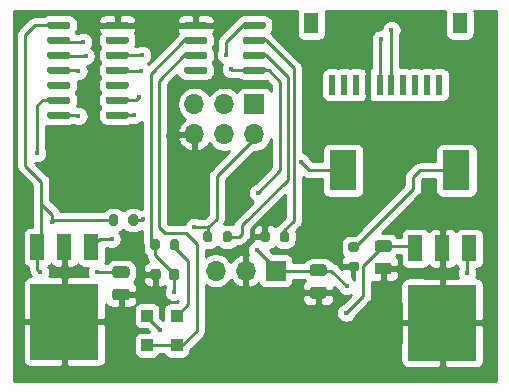
<source format=gbr>
G04 #@! TF.GenerationSoftware,KiCad,Pcbnew,(5.1.8)-1*
G04 #@! TF.CreationDate,2020-12-08T15:00:02-05:00*
G04 #@! TF.ProjectId,megadesk,6d656761-6465-4736-9b2e-6b696361645f,rev?*
G04 #@! TF.SameCoordinates,Original*
G04 #@! TF.FileFunction,Copper,L1,Top*
G04 #@! TF.FilePolarity,Positive*
%FSLAX46Y46*%
G04 Gerber Fmt 4.6, Leading zero omitted, Abs format (unit mm)*
G04 Created by KiCad (PCBNEW (5.1.8)-1) date 2020-12-08 15:00:02*
%MOMM*%
%LPD*%
G01*
G04 APERTURE LIST*
G04 #@! TA.AperFunction,SMDPad,CuDef*
%ADD10R,2.300000X3.400000*%
G04 #@! TD*
G04 #@! TA.AperFunction,ComponentPad*
%ADD11R,1.700000X1.700000*%
G04 #@! TD*
G04 #@! TA.AperFunction,ComponentPad*
%ADD12O,1.700000X1.700000*%
G04 #@! TD*
G04 #@! TA.AperFunction,SMDPad,CuDef*
%ADD13R,1.200000X2.200000*%
G04 #@! TD*
G04 #@! TA.AperFunction,SMDPad,CuDef*
%ADD14R,5.800000X6.400000*%
G04 #@! TD*
G04 #@! TA.AperFunction,SMDPad,CuDef*
%ADD15R,1.000000X1.000000*%
G04 #@! TD*
G04 #@! TA.AperFunction,SMDPad,CuDef*
%ADD16R,1.200000X1.800000*%
G04 #@! TD*
G04 #@! TA.AperFunction,SMDPad,CuDef*
%ADD17R,0.600000X1.700000*%
G04 #@! TD*
G04 #@! TA.AperFunction,ViaPad*
%ADD18C,0.450000*%
G04 #@! TD*
G04 #@! TA.AperFunction,Conductor*
%ADD19C,0.250000*%
G04 #@! TD*
G04 #@! TA.AperFunction,Conductor*
%ADD20C,0.254000*%
G04 #@! TD*
G04 #@! TA.AperFunction,Conductor*
%ADD21C,0.100000*%
G04 #@! TD*
G04 APERTURE END LIST*
G04 #@! TA.AperFunction,SMDPad,CuDef*
G36*
G01*
X111875000Y-127350000D02*
X111875000Y-127850000D01*
G75*
G02*
X111650000Y-128075000I-225000J0D01*
G01*
X111200000Y-128075000D01*
G75*
G02*
X110975000Y-127850000I0J225000D01*
G01*
X110975000Y-127350000D01*
G75*
G02*
X111200000Y-127125000I225000J0D01*
G01*
X111650000Y-127125000D01*
G75*
G02*
X111875000Y-127350000I0J-225000D01*
G01*
G37*
G04 #@! TD.AperFunction*
G04 #@! TA.AperFunction,SMDPad,CuDef*
G36*
G01*
X113425000Y-127350000D02*
X113425000Y-127850000D01*
G75*
G02*
X113200000Y-128075000I-225000J0D01*
G01*
X112750000Y-128075000D01*
G75*
G02*
X112525000Y-127850000I0J225000D01*
G01*
X112525000Y-127350000D01*
G75*
G02*
X112750000Y-127125000I225000J0D01*
G01*
X113200000Y-127125000D01*
G75*
G02*
X113425000Y-127350000I0J-225000D01*
G01*
G37*
G04 #@! TD.AperFunction*
G04 #@! TA.AperFunction,SMDPad,CuDef*
G36*
G01*
X111775000Y-124825000D02*
X111775000Y-125375000D01*
G75*
G02*
X111575000Y-125575000I-200000J0D01*
G01*
X111175000Y-125575000D01*
G75*
G02*
X110975000Y-125375000I0J200000D01*
G01*
X110975000Y-124825000D01*
G75*
G02*
X111175000Y-124625000I200000J0D01*
G01*
X111575000Y-124625000D01*
G75*
G02*
X111775000Y-124825000I0J-200000D01*
G01*
G37*
G04 #@! TD.AperFunction*
G04 #@! TA.AperFunction,SMDPad,CuDef*
G36*
G01*
X113425000Y-124825000D02*
X113425000Y-125375000D01*
G75*
G02*
X113225000Y-125575000I-200000J0D01*
G01*
X112825000Y-125575000D01*
G75*
G02*
X112625000Y-125375000I0J200000D01*
G01*
X112625000Y-124825000D01*
G75*
G02*
X112825000Y-124625000I200000J0D01*
G01*
X113225000Y-124625000D01*
G75*
G02*
X113425000Y-124825000I0J-200000D01*
G01*
G37*
G04 #@! TD.AperFunction*
G04 #@! TA.AperFunction,SMDPad,CuDef*
G36*
G01*
X121075000Y-124137000D02*
X121075000Y-124687000D01*
G75*
G02*
X120875000Y-124887000I-200000J0D01*
G01*
X120475000Y-124887000D01*
G75*
G02*
X120275000Y-124687000I0J200000D01*
G01*
X120275000Y-124137000D01*
G75*
G02*
X120475000Y-123937000I200000J0D01*
G01*
X120875000Y-123937000D01*
G75*
G02*
X121075000Y-124137000I0J-200000D01*
G01*
G37*
G04 #@! TD.AperFunction*
G04 #@! TA.AperFunction,SMDPad,CuDef*
G36*
G01*
X122725000Y-124137000D02*
X122725000Y-124687000D01*
G75*
G02*
X122525000Y-124887000I-200000J0D01*
G01*
X122125000Y-124887000D01*
G75*
G02*
X121925000Y-124687000I0J200000D01*
G01*
X121925000Y-124137000D01*
G75*
G02*
X122125000Y-123937000I200000J0D01*
G01*
X122525000Y-123937000D01*
G75*
G02*
X122725000Y-124137000I0J-200000D01*
G01*
G37*
G04 #@! TD.AperFunction*
G04 #@! TA.AperFunction,SMDPad,CuDef*
G36*
G01*
X116246000Y-124137000D02*
X116246000Y-124687000D01*
G75*
G02*
X116046000Y-124887000I-200000J0D01*
G01*
X115646000Y-124887000D01*
G75*
G02*
X115446000Y-124687000I0J200000D01*
G01*
X115446000Y-124137000D01*
G75*
G02*
X115646000Y-123937000I200000J0D01*
G01*
X116046000Y-123937000D01*
G75*
G02*
X116246000Y-124137000I0J-200000D01*
G01*
G37*
G04 #@! TD.AperFunction*
G04 #@! TA.AperFunction,SMDPad,CuDef*
G36*
G01*
X117896000Y-124137000D02*
X117896000Y-124687000D01*
G75*
G02*
X117696000Y-124887000I-200000J0D01*
G01*
X117296000Y-124887000D01*
G75*
G02*
X117096000Y-124687000I0J200000D01*
G01*
X117096000Y-124137000D01*
G75*
G02*
X117296000Y-123937000I200000J0D01*
G01*
X117696000Y-123937000D01*
G75*
G02*
X117896000Y-124137000I0J-200000D01*
G01*
G37*
G04 #@! TD.AperFunction*
G04 #@! TA.AperFunction,SMDPad,CuDef*
G36*
G01*
X109125000Y-123275000D02*
X109125000Y-122725000D01*
G75*
G02*
X109325000Y-122525000I200000J0D01*
G01*
X109725000Y-122525000D01*
G75*
G02*
X109925000Y-122725000I0J-200000D01*
G01*
X109925000Y-123275000D01*
G75*
G02*
X109725000Y-123475000I-200000J0D01*
G01*
X109325000Y-123475000D01*
G75*
G02*
X109125000Y-123275000I0J200000D01*
G01*
G37*
G04 #@! TD.AperFunction*
G04 #@! TA.AperFunction,SMDPad,CuDef*
G36*
G01*
X107475000Y-123275000D02*
X107475000Y-122725000D01*
G75*
G02*
X107675000Y-122525000I200000J0D01*
G01*
X108075000Y-122525000D01*
G75*
G02*
X108275000Y-122725000I0J-200000D01*
G01*
X108275000Y-123275000D01*
G75*
G02*
X108075000Y-123475000I-200000J0D01*
G01*
X107675000Y-123475000D01*
G75*
G02*
X107475000Y-123275000I0J200000D01*
G01*
G37*
G04 #@! TD.AperFunction*
G04 #@! TA.AperFunction,SMDPad,CuDef*
G36*
G01*
X127925000Y-126525000D02*
X128475000Y-126525000D01*
G75*
G02*
X128675000Y-126725000I0J-200000D01*
G01*
X128675000Y-127125000D01*
G75*
G02*
X128475000Y-127325000I-200000J0D01*
G01*
X127925000Y-127325000D01*
G75*
G02*
X127725000Y-127125000I0J200000D01*
G01*
X127725000Y-126725000D01*
G75*
G02*
X127925000Y-126525000I200000J0D01*
G01*
G37*
G04 #@! TD.AperFunction*
G04 #@! TA.AperFunction,SMDPad,CuDef*
G36*
G01*
X127925000Y-124875000D02*
X128475000Y-124875000D01*
G75*
G02*
X128675000Y-125075000I0J-200000D01*
G01*
X128675000Y-125475000D01*
G75*
G02*
X128475000Y-125675000I-200000J0D01*
G01*
X127925000Y-125675000D01*
G75*
G02*
X127725000Y-125475000I0J200000D01*
G01*
X127725000Y-125075000D01*
G75*
G02*
X127925000Y-124875000I200000J0D01*
G01*
G37*
G04 #@! TD.AperFunction*
G04 #@! TA.AperFunction,SMDPad,CuDef*
G36*
G01*
X107200000Y-106640000D02*
X107200000Y-106340000D01*
G75*
G02*
X107350000Y-106190000I150000J0D01*
G01*
X109000000Y-106190000D01*
G75*
G02*
X109150000Y-106340000I0J-150000D01*
G01*
X109150000Y-106640000D01*
G75*
G02*
X109000000Y-106790000I-150000J0D01*
G01*
X107350000Y-106790000D01*
G75*
G02*
X107200000Y-106640000I0J150000D01*
G01*
G37*
G04 #@! TD.AperFunction*
G04 #@! TA.AperFunction,SMDPad,CuDef*
G36*
G01*
X107200000Y-107910000D02*
X107200000Y-107610000D01*
G75*
G02*
X107350000Y-107460000I150000J0D01*
G01*
X109000000Y-107460000D01*
G75*
G02*
X109150000Y-107610000I0J-150000D01*
G01*
X109150000Y-107910000D01*
G75*
G02*
X109000000Y-108060000I-150000J0D01*
G01*
X107350000Y-108060000D01*
G75*
G02*
X107200000Y-107910000I0J150000D01*
G01*
G37*
G04 #@! TD.AperFunction*
G04 #@! TA.AperFunction,SMDPad,CuDef*
G36*
G01*
X107200000Y-109180000D02*
X107200000Y-108880000D01*
G75*
G02*
X107350000Y-108730000I150000J0D01*
G01*
X109000000Y-108730000D01*
G75*
G02*
X109150000Y-108880000I0J-150000D01*
G01*
X109150000Y-109180000D01*
G75*
G02*
X109000000Y-109330000I-150000J0D01*
G01*
X107350000Y-109330000D01*
G75*
G02*
X107200000Y-109180000I0J150000D01*
G01*
G37*
G04 #@! TD.AperFunction*
G04 #@! TA.AperFunction,SMDPad,CuDef*
G36*
G01*
X107200000Y-110450000D02*
X107200000Y-110150000D01*
G75*
G02*
X107350000Y-110000000I150000J0D01*
G01*
X109000000Y-110000000D01*
G75*
G02*
X109150000Y-110150000I0J-150000D01*
G01*
X109150000Y-110450000D01*
G75*
G02*
X109000000Y-110600000I-150000J0D01*
G01*
X107350000Y-110600000D01*
G75*
G02*
X107200000Y-110450000I0J150000D01*
G01*
G37*
G04 #@! TD.AperFunction*
G04 #@! TA.AperFunction,SMDPad,CuDef*
G36*
G01*
X107200000Y-111720000D02*
X107200000Y-111420000D01*
G75*
G02*
X107350000Y-111270000I150000J0D01*
G01*
X109000000Y-111270000D01*
G75*
G02*
X109150000Y-111420000I0J-150000D01*
G01*
X109150000Y-111720000D01*
G75*
G02*
X109000000Y-111870000I-150000J0D01*
G01*
X107350000Y-111870000D01*
G75*
G02*
X107200000Y-111720000I0J150000D01*
G01*
G37*
G04 #@! TD.AperFunction*
G04 #@! TA.AperFunction,SMDPad,CuDef*
G36*
G01*
X107200000Y-112990000D02*
X107200000Y-112690000D01*
G75*
G02*
X107350000Y-112540000I150000J0D01*
G01*
X109000000Y-112540000D01*
G75*
G02*
X109150000Y-112690000I0J-150000D01*
G01*
X109150000Y-112990000D01*
G75*
G02*
X109000000Y-113140000I-150000J0D01*
G01*
X107350000Y-113140000D01*
G75*
G02*
X107200000Y-112990000I0J150000D01*
G01*
G37*
G04 #@! TD.AperFunction*
G04 #@! TA.AperFunction,SMDPad,CuDef*
G36*
G01*
X107200000Y-114260000D02*
X107200000Y-113960000D01*
G75*
G02*
X107350000Y-113810000I150000J0D01*
G01*
X109000000Y-113810000D01*
G75*
G02*
X109150000Y-113960000I0J-150000D01*
G01*
X109150000Y-114260000D01*
G75*
G02*
X109000000Y-114410000I-150000J0D01*
G01*
X107350000Y-114410000D01*
G75*
G02*
X107200000Y-114260000I0J150000D01*
G01*
G37*
G04 #@! TD.AperFunction*
G04 #@! TA.AperFunction,SMDPad,CuDef*
G36*
G01*
X102250000Y-114260000D02*
X102250000Y-113960000D01*
G75*
G02*
X102400000Y-113810000I150000J0D01*
G01*
X104050000Y-113810000D01*
G75*
G02*
X104200000Y-113960000I0J-150000D01*
G01*
X104200000Y-114260000D01*
G75*
G02*
X104050000Y-114410000I-150000J0D01*
G01*
X102400000Y-114410000D01*
G75*
G02*
X102250000Y-114260000I0J150000D01*
G01*
G37*
G04 #@! TD.AperFunction*
G04 #@! TA.AperFunction,SMDPad,CuDef*
G36*
G01*
X102250000Y-112990000D02*
X102250000Y-112690000D01*
G75*
G02*
X102400000Y-112540000I150000J0D01*
G01*
X104050000Y-112540000D01*
G75*
G02*
X104200000Y-112690000I0J-150000D01*
G01*
X104200000Y-112990000D01*
G75*
G02*
X104050000Y-113140000I-150000J0D01*
G01*
X102400000Y-113140000D01*
G75*
G02*
X102250000Y-112990000I0J150000D01*
G01*
G37*
G04 #@! TD.AperFunction*
G04 #@! TA.AperFunction,SMDPad,CuDef*
G36*
G01*
X102250000Y-111720000D02*
X102250000Y-111420000D01*
G75*
G02*
X102400000Y-111270000I150000J0D01*
G01*
X104050000Y-111270000D01*
G75*
G02*
X104200000Y-111420000I0J-150000D01*
G01*
X104200000Y-111720000D01*
G75*
G02*
X104050000Y-111870000I-150000J0D01*
G01*
X102400000Y-111870000D01*
G75*
G02*
X102250000Y-111720000I0J150000D01*
G01*
G37*
G04 #@! TD.AperFunction*
G04 #@! TA.AperFunction,SMDPad,CuDef*
G36*
G01*
X102250000Y-110450000D02*
X102250000Y-110150000D01*
G75*
G02*
X102400000Y-110000000I150000J0D01*
G01*
X104050000Y-110000000D01*
G75*
G02*
X104200000Y-110150000I0J-150000D01*
G01*
X104200000Y-110450000D01*
G75*
G02*
X104050000Y-110600000I-150000J0D01*
G01*
X102400000Y-110600000D01*
G75*
G02*
X102250000Y-110450000I0J150000D01*
G01*
G37*
G04 #@! TD.AperFunction*
G04 #@! TA.AperFunction,SMDPad,CuDef*
G36*
G01*
X102250000Y-109180000D02*
X102250000Y-108880000D01*
G75*
G02*
X102400000Y-108730000I150000J0D01*
G01*
X104050000Y-108730000D01*
G75*
G02*
X104200000Y-108880000I0J-150000D01*
G01*
X104200000Y-109180000D01*
G75*
G02*
X104050000Y-109330000I-150000J0D01*
G01*
X102400000Y-109330000D01*
G75*
G02*
X102250000Y-109180000I0J150000D01*
G01*
G37*
G04 #@! TD.AperFunction*
G04 #@! TA.AperFunction,SMDPad,CuDef*
G36*
G01*
X102250000Y-107910000D02*
X102250000Y-107610000D01*
G75*
G02*
X102400000Y-107460000I150000J0D01*
G01*
X104050000Y-107460000D01*
G75*
G02*
X104200000Y-107610000I0J-150000D01*
G01*
X104200000Y-107910000D01*
G75*
G02*
X104050000Y-108060000I-150000J0D01*
G01*
X102400000Y-108060000D01*
G75*
G02*
X102250000Y-107910000I0J150000D01*
G01*
G37*
G04 #@! TD.AperFunction*
G04 #@! TA.AperFunction,SMDPad,CuDef*
G36*
G01*
X102250000Y-106640000D02*
X102250000Y-106340000D01*
G75*
G02*
X102400000Y-106190000I150000J0D01*
G01*
X104050000Y-106190000D01*
G75*
G02*
X104200000Y-106340000I0J-150000D01*
G01*
X104200000Y-106640000D01*
G75*
G02*
X104050000Y-106790000I-150000J0D01*
G01*
X102400000Y-106790000D01*
G75*
G02*
X102250000Y-106640000I0J150000D01*
G01*
G37*
G04 #@! TD.AperFunction*
G04 #@! TA.AperFunction,SMDPad,CuDef*
G36*
G01*
X108025000Y-128800000D02*
X108975000Y-128800000D01*
G75*
G02*
X109225000Y-129050000I0J-250000D01*
G01*
X109225000Y-129550000D01*
G75*
G02*
X108975000Y-129800000I-250000J0D01*
G01*
X108025000Y-129800000D01*
G75*
G02*
X107775000Y-129550000I0J250000D01*
G01*
X107775000Y-129050000D01*
G75*
G02*
X108025000Y-128800000I250000J0D01*
G01*
G37*
G04 #@! TD.AperFunction*
G04 #@! TA.AperFunction,SMDPad,CuDef*
G36*
G01*
X108025000Y-126900000D02*
X108975000Y-126900000D01*
G75*
G02*
X109225000Y-127150000I0J-250000D01*
G01*
X109225000Y-127650000D01*
G75*
G02*
X108975000Y-127900000I-250000J0D01*
G01*
X108025000Y-127900000D01*
G75*
G02*
X107775000Y-127650000I0J250000D01*
G01*
X107775000Y-127150000D01*
G75*
G02*
X108025000Y-126900000I250000J0D01*
G01*
G37*
G04 #@! TD.AperFunction*
G04 #@! TA.AperFunction,SMDPad,CuDef*
G36*
G01*
X130225000Y-126600000D02*
X131175000Y-126600000D01*
G75*
G02*
X131425000Y-126850000I0J-250000D01*
G01*
X131425000Y-127350000D01*
G75*
G02*
X131175000Y-127600000I-250000J0D01*
G01*
X130225000Y-127600000D01*
G75*
G02*
X129975000Y-127350000I0J250000D01*
G01*
X129975000Y-126850000D01*
G75*
G02*
X130225000Y-126600000I250000J0D01*
G01*
G37*
G04 #@! TD.AperFunction*
G04 #@! TA.AperFunction,SMDPad,CuDef*
G36*
G01*
X130225000Y-124700000D02*
X131175000Y-124700000D01*
G75*
G02*
X131425000Y-124950000I0J-250000D01*
G01*
X131425000Y-125450000D01*
G75*
G02*
X131175000Y-125700000I-250000J0D01*
G01*
X130225000Y-125700000D01*
G75*
G02*
X129975000Y-125450000I0J250000D01*
G01*
X129975000Y-124950000D01*
G75*
G02*
X130225000Y-124700000I250000J0D01*
G01*
G37*
G04 #@! TD.AperFunction*
G04 #@! TA.AperFunction,SMDPad,CuDef*
G36*
G01*
X124725000Y-128650000D02*
X125675000Y-128650000D01*
G75*
G02*
X125925000Y-128900000I0J-250000D01*
G01*
X125925000Y-129400000D01*
G75*
G02*
X125675000Y-129650000I-250000J0D01*
G01*
X124725000Y-129650000D01*
G75*
G02*
X124475000Y-129400000I0J250000D01*
G01*
X124475000Y-128900000D01*
G75*
G02*
X124725000Y-128650000I250000J0D01*
G01*
G37*
G04 #@! TD.AperFunction*
G04 #@! TA.AperFunction,SMDPad,CuDef*
G36*
G01*
X124725000Y-126750000D02*
X125675000Y-126750000D01*
G75*
G02*
X125925000Y-127000000I0J-250000D01*
G01*
X125925000Y-127500000D01*
G75*
G02*
X125675000Y-127750000I-250000J0D01*
G01*
X124725000Y-127750000D01*
G75*
G02*
X124475000Y-127500000I0J250000D01*
G01*
X124475000Y-127000000D01*
G75*
G02*
X124725000Y-126750000I250000J0D01*
G01*
G37*
G04 #@! TD.AperFunction*
D10*
X136900000Y-118800000D03*
X127300000Y-118800000D03*
D11*
X119800000Y-113200000D03*
D12*
X119800000Y-115740000D03*
X117260000Y-113200000D03*
X117260000Y-115740000D03*
X114720000Y-113200000D03*
X114720000Y-115740000D03*
G04 #@! TA.AperFunction,SMDPad,CuDef*
G36*
G01*
X120750000Y-110155000D02*
X120750000Y-110455000D01*
G75*
G02*
X120600000Y-110605000I-150000J0D01*
G01*
X118950000Y-110605000D01*
G75*
G02*
X118800000Y-110455000I0J150000D01*
G01*
X118800000Y-110155000D01*
G75*
G02*
X118950000Y-110005000I150000J0D01*
G01*
X120600000Y-110005000D01*
G75*
G02*
X120750000Y-110155000I0J-150000D01*
G01*
G37*
G04 #@! TD.AperFunction*
G04 #@! TA.AperFunction,SMDPad,CuDef*
G36*
G01*
X120750000Y-108885000D02*
X120750000Y-109185000D01*
G75*
G02*
X120600000Y-109335000I-150000J0D01*
G01*
X118950000Y-109335000D01*
G75*
G02*
X118800000Y-109185000I0J150000D01*
G01*
X118800000Y-108885000D01*
G75*
G02*
X118950000Y-108735000I150000J0D01*
G01*
X120600000Y-108735000D01*
G75*
G02*
X120750000Y-108885000I0J-150000D01*
G01*
G37*
G04 #@! TD.AperFunction*
G04 #@! TA.AperFunction,SMDPad,CuDef*
G36*
G01*
X120750000Y-107615000D02*
X120750000Y-107915000D01*
G75*
G02*
X120600000Y-108065000I-150000J0D01*
G01*
X118950000Y-108065000D01*
G75*
G02*
X118800000Y-107915000I0J150000D01*
G01*
X118800000Y-107615000D01*
G75*
G02*
X118950000Y-107465000I150000J0D01*
G01*
X120600000Y-107465000D01*
G75*
G02*
X120750000Y-107615000I0J-150000D01*
G01*
G37*
G04 #@! TD.AperFunction*
G04 #@! TA.AperFunction,SMDPad,CuDef*
G36*
G01*
X120750000Y-106345000D02*
X120750000Y-106645000D01*
G75*
G02*
X120600000Y-106795000I-150000J0D01*
G01*
X118950000Y-106795000D01*
G75*
G02*
X118800000Y-106645000I0J150000D01*
G01*
X118800000Y-106345000D01*
G75*
G02*
X118950000Y-106195000I150000J0D01*
G01*
X120600000Y-106195000D01*
G75*
G02*
X120750000Y-106345000I0J-150000D01*
G01*
G37*
G04 #@! TD.AperFunction*
G04 #@! TA.AperFunction,SMDPad,CuDef*
G36*
G01*
X115800000Y-106345000D02*
X115800000Y-106645000D01*
G75*
G02*
X115650000Y-106795000I-150000J0D01*
G01*
X114000000Y-106795000D01*
G75*
G02*
X113850000Y-106645000I0J150000D01*
G01*
X113850000Y-106345000D01*
G75*
G02*
X114000000Y-106195000I150000J0D01*
G01*
X115650000Y-106195000D01*
G75*
G02*
X115800000Y-106345000I0J-150000D01*
G01*
G37*
G04 #@! TD.AperFunction*
G04 #@! TA.AperFunction,SMDPad,CuDef*
G36*
G01*
X115800000Y-107615000D02*
X115800000Y-107915000D01*
G75*
G02*
X115650000Y-108065000I-150000J0D01*
G01*
X114000000Y-108065000D01*
G75*
G02*
X113850000Y-107915000I0J150000D01*
G01*
X113850000Y-107615000D01*
G75*
G02*
X114000000Y-107465000I150000J0D01*
G01*
X115650000Y-107465000D01*
G75*
G02*
X115800000Y-107615000I0J-150000D01*
G01*
G37*
G04 #@! TD.AperFunction*
G04 #@! TA.AperFunction,SMDPad,CuDef*
G36*
G01*
X115800000Y-108885000D02*
X115800000Y-109185000D01*
G75*
G02*
X115650000Y-109335000I-150000J0D01*
G01*
X114000000Y-109335000D01*
G75*
G02*
X113850000Y-109185000I0J150000D01*
G01*
X113850000Y-108885000D01*
G75*
G02*
X114000000Y-108735000I150000J0D01*
G01*
X115650000Y-108735000D01*
G75*
G02*
X115800000Y-108885000I0J-150000D01*
G01*
G37*
G04 #@! TD.AperFunction*
G04 #@! TA.AperFunction,SMDPad,CuDef*
G36*
G01*
X115800000Y-110155000D02*
X115800000Y-110455000D01*
G75*
G02*
X115650000Y-110605000I-150000J0D01*
G01*
X114000000Y-110605000D01*
G75*
G02*
X113850000Y-110455000I0J150000D01*
G01*
X113850000Y-110155000D01*
G75*
G02*
X114000000Y-110005000I150000J0D01*
G01*
X115650000Y-110005000D01*
G75*
G02*
X115800000Y-110155000I0J-150000D01*
G01*
G37*
G04 #@! TD.AperFunction*
D13*
X105980000Y-125300000D03*
X103700000Y-125300000D03*
X101420000Y-125300000D03*
D14*
X103700000Y-131600000D03*
D13*
X137980000Y-125400000D03*
X135700000Y-125400000D03*
X133420000Y-125400000D03*
D14*
X135700000Y-131700000D03*
D15*
X110700000Y-133600000D03*
X110700000Y-131100000D03*
X113200000Y-131100000D03*
X113200000Y-133600000D03*
D16*
X124600000Y-106300000D03*
X137200000Y-106300000D03*
D17*
X126400000Y-111550000D03*
X127400000Y-111550000D03*
X128400000Y-111550000D03*
X129400000Y-111550000D03*
X130400000Y-111550000D03*
X131400000Y-111550000D03*
X132400000Y-111550000D03*
X133400000Y-111550000D03*
X134400000Y-111550000D03*
X135400000Y-111550000D03*
D11*
X121600000Y-127300000D03*
D12*
X119060000Y-127300000D03*
X116520000Y-127300000D03*
D18*
X102700000Y-123200000D03*
X101630000Y-127400000D03*
X106480000Y-127400000D03*
X114700000Y-123600000D03*
X112500000Y-115900000D03*
X109800000Y-116000000D03*
X130300000Y-118100000D03*
X131700000Y-129600000D03*
X131700000Y-130600000D03*
X131700000Y-131600000D03*
X131700000Y-132600000D03*
X131700000Y-133600000D03*
X131700000Y-134600000D03*
X131700000Y-135600000D03*
X130700000Y-129600000D03*
X130700000Y-130600000D03*
X130700000Y-131600000D03*
X130700000Y-132600000D03*
X130700000Y-133600000D03*
X130700000Y-134600000D03*
X130700000Y-135600000D03*
X108900000Y-120000000D03*
X114500000Y-121500000D03*
X107700000Y-131600000D03*
X107700000Y-132600000D03*
X107700000Y-133600000D03*
X107700000Y-134600000D03*
X108700000Y-131600000D03*
X108700000Y-132600000D03*
X108700000Y-133600000D03*
X108700000Y-134600000D03*
X108700000Y-135600000D03*
X107700000Y-135600000D03*
X128000000Y-109300000D03*
X132800000Y-115700000D03*
X118700000Y-119600000D03*
X121800000Y-121600000D03*
X111800000Y-132300000D03*
X127570000Y-130840000D03*
X113000000Y-129100000D03*
X109600000Y-114100000D03*
X110000000Y-112600000D03*
X104900000Y-114200000D03*
X104900000Y-110400000D03*
X137800000Y-127500000D03*
X107700000Y-124600000D03*
X127600000Y-128600000D03*
X120036000Y-125555000D03*
X110300000Y-109000000D03*
X117400000Y-109000000D03*
X117800000Y-110200000D03*
X110200000Y-110400000D03*
X120100000Y-120700000D03*
X110400000Y-122899994D03*
X131400000Y-106900000D03*
X105300000Y-107900000D03*
X130500000Y-107700000D03*
X105500000Y-109100000D03*
X123700000Y-118100000D03*
X101400000Y-117300000D03*
D19*
X101750000Y-124970000D02*
X101420000Y-125300000D01*
X101750000Y-121600000D02*
X101750000Y-124970000D01*
X101750000Y-121600000D02*
X101750000Y-119750000D01*
X101750000Y-119750000D02*
X100400000Y-118400000D01*
X100400000Y-118400000D02*
X100400000Y-107300000D01*
X101210000Y-106490000D02*
X103225000Y-106490000D01*
X100400000Y-107300000D02*
X101210000Y-106490000D01*
X102700000Y-122550000D02*
X101750000Y-121600000D01*
X102700000Y-123200000D02*
X102700000Y-122550000D01*
X116600010Y-122874990D02*
X116600010Y-119299990D01*
X119800000Y-116100000D02*
X119800000Y-115740000D01*
X116600010Y-119299990D02*
X119800000Y-116100000D01*
X102900000Y-123000000D02*
X102700000Y-123200000D01*
X107875000Y-123000000D02*
X102900000Y-123000000D01*
X101420000Y-127220000D02*
X101600000Y-127400000D01*
X101420000Y-125300000D02*
X101420000Y-127220000D01*
X101600000Y-127400000D02*
X101630000Y-127400000D01*
X106480000Y-127400000D02*
X108500000Y-127400000D01*
X115875000Y-123600000D02*
X114700000Y-123600000D01*
X115846000Y-123629000D02*
X115875000Y-123600000D01*
X115846000Y-124412000D02*
X115846000Y-123629000D01*
X116600010Y-122874990D02*
X115846000Y-123629000D01*
X119655000Y-124412000D02*
X120675000Y-124412000D01*
X119060000Y-125007000D02*
X119655000Y-124412000D01*
X119060000Y-127300000D02*
X119060000Y-125007000D01*
X110700000Y-131200000D02*
X111800000Y-132300000D01*
X110700000Y-131100000D02*
X110700000Y-131200000D01*
X133220000Y-125200000D02*
X133420000Y-125400000D01*
X130700000Y-125200000D02*
X133220000Y-125200000D01*
X130700000Y-125200000D02*
X129014999Y-126885001D01*
X129014999Y-129395001D02*
X127570000Y-130840000D01*
X129014999Y-126885001D02*
X129014999Y-129395001D01*
X113075000Y-127500000D02*
X112975000Y-127600000D01*
X116520000Y-127300000D02*
X116320000Y-127500000D01*
X111375000Y-126000000D02*
X112975000Y-127600000D01*
X111375000Y-125100000D02*
X111375000Y-126000000D01*
X112975000Y-127600000D02*
X112975000Y-129075000D01*
X112975000Y-129075000D02*
X113000000Y-129100000D01*
X113850000Y-107765000D02*
X111000000Y-110615000D01*
X111000000Y-110615000D02*
X111000000Y-122185998D01*
X114825000Y-107765000D02*
X113850000Y-107765000D01*
X111000000Y-122185998D02*
X111050001Y-122235999D01*
X111050001Y-122235999D02*
X111050001Y-124775001D01*
X111050001Y-124775001D02*
X111375000Y-125100000D01*
X109590000Y-114110000D02*
X109600000Y-114100000D01*
X108175000Y-114110000D02*
X109590000Y-114110000D01*
X109760000Y-112840000D02*
X110000000Y-112600000D01*
X108175000Y-112840000D02*
X109760000Y-112840000D01*
X104810000Y-114110000D02*
X104900000Y-114200000D01*
X103225000Y-114110000D02*
X104810000Y-114110000D01*
X104800000Y-110300000D02*
X104900000Y-110400000D01*
X103225000Y-110300000D02*
X104800000Y-110300000D01*
X137800000Y-125580000D02*
X137980000Y-125400000D01*
X137800000Y-127500000D02*
X137800000Y-125580000D01*
X106680000Y-124600000D02*
X105980000Y-125300000D01*
X107700000Y-124600000D02*
X106680000Y-124600000D01*
X126300000Y-127300000D02*
X127600000Y-128600000D01*
X121600000Y-127300000D02*
X126300000Y-127300000D01*
X121600000Y-127119000D02*
X120036000Y-125555000D01*
X121600000Y-127300000D02*
X121600000Y-127119000D01*
X110270000Y-109030000D02*
X110300000Y-109000000D01*
X108175000Y-109030000D02*
X110270000Y-109030000D01*
X118800000Y-106495000D02*
X119775000Y-106495000D01*
X117400000Y-107895000D02*
X118800000Y-106495000D01*
X117400000Y-109000000D02*
X117400000Y-107895000D01*
X122325000Y-123875000D02*
X122325000Y-124412000D01*
X123149999Y-123050001D02*
X122325000Y-123875000D01*
X123149999Y-110164999D02*
X123149999Y-123050001D01*
X120750000Y-107765000D02*
X123149999Y-110164999D01*
X119775000Y-107765000D02*
X120750000Y-107765000D01*
X110700000Y-133600000D02*
X113200000Y-133600000D01*
X113700000Y-133600000D02*
X113200000Y-133600000D01*
X114900000Y-132400000D02*
X113700000Y-133600000D01*
X114900000Y-125000000D02*
X114900000Y-132400000D01*
X112200000Y-124100000D02*
X114000000Y-124100000D01*
X111700000Y-123600000D02*
X112200000Y-124100000D01*
X111700000Y-111185000D02*
X111700000Y-123600000D01*
X113850000Y-109035000D02*
X111700000Y-111185000D01*
X114000000Y-124100000D02*
X114900000Y-125000000D01*
X114825000Y-109035000D02*
X113850000Y-109035000D01*
X114200000Y-130100000D02*
X113200000Y-131100000D01*
X114200000Y-126437500D02*
X114200000Y-130100000D01*
X113025000Y-125262500D02*
X114200000Y-126437500D01*
X113025000Y-125100000D02*
X113025000Y-125262500D01*
X117905000Y-110305000D02*
X117800000Y-110200000D01*
X119775000Y-110305000D02*
X117905000Y-110305000D01*
X108275000Y-110400000D02*
X108175000Y-110300000D01*
X110200000Y-110400000D02*
X108275000Y-110400000D01*
X120100000Y-120700000D02*
X122000000Y-118800000D01*
X122000000Y-118800000D02*
X122000000Y-111300000D01*
X122000000Y-111300000D02*
X121005000Y-110305000D01*
X121005000Y-110305000D02*
X119775000Y-110305000D01*
X110299994Y-123000000D02*
X110400000Y-122899994D01*
X109525000Y-123000000D02*
X110299994Y-123000000D01*
X118512000Y-124412000D02*
X117496000Y-124412000D01*
X118258000Y-124412000D02*
X118512000Y-124412000D01*
X118766000Y-123434000D02*
X118766000Y-124158000D01*
X122600000Y-119600000D02*
X118766000Y-123434000D01*
X122600000Y-110885000D02*
X122600000Y-119600000D01*
X118766000Y-124158000D02*
X118512000Y-124412000D01*
X120750000Y-109035000D02*
X122600000Y-110885000D01*
X119775000Y-109035000D02*
X120750000Y-109035000D01*
X131400000Y-111550000D02*
X131400000Y-106900000D01*
X103365000Y-107900000D02*
X103225000Y-107760000D01*
X105300000Y-107900000D02*
X103365000Y-107900000D01*
X130400000Y-107800000D02*
X130500000Y-107700000D01*
X130400000Y-111550000D02*
X130400000Y-107800000D01*
X103295000Y-109100000D02*
X103225000Y-109030000D01*
X105500000Y-109100000D02*
X103295000Y-109100000D01*
X101400000Y-113300000D02*
X101400000Y-117300000D01*
X101860000Y-112840000D02*
X101400000Y-113300000D01*
X103225000Y-112840000D02*
X101860000Y-112840000D01*
X124400000Y-118800000D02*
X123700000Y-118100000D01*
X127300000Y-118800000D02*
X124400000Y-118800000D01*
X128325000Y-125275000D02*
X128200000Y-125275000D01*
X133244000Y-120356000D02*
X128325000Y-125275000D01*
X133244000Y-119332000D02*
X133244000Y-120356000D01*
X133776000Y-118800000D02*
X133244000Y-119332000D01*
X136900000Y-118800000D02*
X133776000Y-118800000D01*
D20*
X123361928Y-105400000D02*
X123361928Y-107200000D01*
X123374188Y-107324482D01*
X123410498Y-107444180D01*
X123469463Y-107554494D01*
X123548815Y-107651185D01*
X123645506Y-107730537D01*
X123755820Y-107789502D01*
X123875518Y-107825812D01*
X124000000Y-107838072D01*
X125200000Y-107838072D01*
X125324482Y-107825812D01*
X125444180Y-107789502D01*
X125554494Y-107730537D01*
X125651185Y-107651185D01*
X125730537Y-107554494D01*
X125789502Y-107444180D01*
X125825812Y-107324482D01*
X125838072Y-107200000D01*
X125838072Y-105400000D01*
X125829208Y-105310000D01*
X135970792Y-105310000D01*
X135961928Y-105400000D01*
X135961928Y-107200000D01*
X135974188Y-107324482D01*
X136010498Y-107444180D01*
X136069463Y-107554494D01*
X136148815Y-107651185D01*
X136245506Y-107730537D01*
X136355820Y-107789502D01*
X136475518Y-107825812D01*
X136600000Y-107838072D01*
X137800000Y-107838072D01*
X137924482Y-107825812D01*
X138044180Y-107789502D01*
X138154494Y-107730537D01*
X138251185Y-107651185D01*
X138330537Y-107554494D01*
X138389502Y-107444180D01*
X138425812Y-107324482D01*
X138438072Y-107200000D01*
X138438072Y-105400000D01*
X138429208Y-105310000D01*
X140240001Y-105310000D01*
X140240000Y-136640000D01*
X99410000Y-136640000D01*
X99410000Y-134800000D01*
X100161928Y-134800000D01*
X100174188Y-134924482D01*
X100210498Y-135044180D01*
X100269463Y-135154494D01*
X100348815Y-135251185D01*
X100445506Y-135330537D01*
X100555820Y-135389502D01*
X100675518Y-135425812D01*
X100800000Y-135438072D01*
X103414250Y-135435000D01*
X103573000Y-135276250D01*
X103573000Y-131727000D01*
X103827000Y-131727000D01*
X103827000Y-135276250D01*
X103985750Y-135435000D01*
X106600000Y-135438072D01*
X106724482Y-135425812D01*
X106844180Y-135389502D01*
X106954494Y-135330537D01*
X107051185Y-135251185D01*
X107130537Y-135154494D01*
X107189502Y-135044180D01*
X107225812Y-134924482D01*
X107228223Y-134900000D01*
X132161928Y-134900000D01*
X132174188Y-135024482D01*
X132210498Y-135144180D01*
X132269463Y-135254494D01*
X132348815Y-135351185D01*
X132445506Y-135430537D01*
X132555820Y-135489502D01*
X132675518Y-135525812D01*
X132800000Y-135538072D01*
X135414250Y-135535000D01*
X135573000Y-135376250D01*
X135573000Y-131827000D01*
X135827000Y-131827000D01*
X135827000Y-135376250D01*
X135985750Y-135535000D01*
X138600000Y-135538072D01*
X138724482Y-135525812D01*
X138844180Y-135489502D01*
X138954494Y-135430537D01*
X139051185Y-135351185D01*
X139130537Y-135254494D01*
X139189502Y-135144180D01*
X139225812Y-135024482D01*
X139238072Y-134900000D01*
X139235000Y-131985750D01*
X139076250Y-131827000D01*
X135827000Y-131827000D01*
X135573000Y-131827000D01*
X132323750Y-131827000D01*
X132165000Y-131985750D01*
X132161928Y-134900000D01*
X107228223Y-134900000D01*
X107238072Y-134800000D01*
X107235000Y-131885750D01*
X107076250Y-131727000D01*
X103827000Y-131727000D01*
X103573000Y-131727000D01*
X100323750Y-131727000D01*
X100165000Y-131885750D01*
X100161928Y-134800000D01*
X99410000Y-134800000D01*
X99410000Y-107300000D01*
X99636324Y-107300000D01*
X99640001Y-107337332D01*
X99640000Y-118362678D01*
X99636324Y-118400000D01*
X99640000Y-118437322D01*
X99640000Y-118437332D01*
X99650997Y-118548985D01*
X99681947Y-118651014D01*
X99694454Y-118692246D01*
X99765026Y-118824276D01*
X99775742Y-118837333D01*
X99859999Y-118940001D01*
X99889003Y-118963804D01*
X100990001Y-120064803D01*
X100990000Y-121562667D01*
X100990000Y-121562678D01*
X100986324Y-121600000D01*
X100990000Y-121637323D01*
X100990001Y-123561928D01*
X100820000Y-123561928D01*
X100695518Y-123574188D01*
X100575820Y-123610498D01*
X100465506Y-123669463D01*
X100368815Y-123748815D01*
X100289463Y-123845506D01*
X100230498Y-123955820D01*
X100194188Y-124075518D01*
X100181928Y-124200000D01*
X100181928Y-126400000D01*
X100194188Y-126524482D01*
X100230498Y-126644180D01*
X100289463Y-126754494D01*
X100368815Y-126851185D01*
X100465506Y-126930537D01*
X100575820Y-126989502D01*
X100660001Y-127015038D01*
X100660001Y-127182668D01*
X100656324Y-127220000D01*
X100670998Y-127368985D01*
X100714454Y-127512246D01*
X100785026Y-127644276D01*
X100815915Y-127681914D01*
X100849082Y-127761986D01*
X100800000Y-127761928D01*
X100675518Y-127774188D01*
X100555820Y-127810498D01*
X100445506Y-127869463D01*
X100348815Y-127948815D01*
X100269463Y-128045506D01*
X100210498Y-128155820D01*
X100174188Y-128275518D01*
X100161928Y-128400000D01*
X100165000Y-131314250D01*
X100323750Y-131473000D01*
X103573000Y-131473000D01*
X103573000Y-127923750D01*
X103414250Y-127765000D01*
X102410158Y-127763820D01*
X102456951Y-127650853D01*
X102490000Y-127484703D01*
X102490000Y-127315297D01*
X102456951Y-127149147D01*
X102392122Y-126992637D01*
X102356909Y-126939937D01*
X102374494Y-126930537D01*
X102471185Y-126851185D01*
X102550537Y-126754494D01*
X102560000Y-126736790D01*
X102569463Y-126754494D01*
X102648815Y-126851185D01*
X102745506Y-126930537D01*
X102855820Y-126989502D01*
X102975518Y-127025812D01*
X103100000Y-127038072D01*
X103414250Y-127035000D01*
X103573000Y-126876250D01*
X103573000Y-125427000D01*
X103553000Y-125427000D01*
X103553000Y-125173000D01*
X103573000Y-125173000D01*
X103573000Y-125153000D01*
X103827000Y-125153000D01*
X103827000Y-125173000D01*
X103847000Y-125173000D01*
X103847000Y-125427000D01*
X103827000Y-125427000D01*
X103827000Y-126876250D01*
X103985750Y-127035000D01*
X104300000Y-127038072D01*
X104424482Y-127025812D01*
X104544180Y-126989502D01*
X104654494Y-126930537D01*
X104751185Y-126851185D01*
X104830537Y-126754494D01*
X104840000Y-126736790D01*
X104849463Y-126754494D01*
X104928815Y-126851185D01*
X105025506Y-126930537D01*
X105135820Y-126989502D01*
X105255518Y-127025812D01*
X105380000Y-127038072D01*
X105699058Y-127038072D01*
X105653049Y-127149147D01*
X105620000Y-127315297D01*
X105620000Y-127484703D01*
X105653049Y-127650853D01*
X105699496Y-127762986D01*
X103985750Y-127765000D01*
X103827000Y-127923750D01*
X103827000Y-131473000D01*
X107076250Y-131473000D01*
X107235000Y-131314250D01*
X107236239Y-130139108D01*
X107244463Y-130154494D01*
X107323815Y-130251185D01*
X107420506Y-130330537D01*
X107530820Y-130389502D01*
X107650518Y-130425812D01*
X107775000Y-130438072D01*
X108214250Y-130435000D01*
X108373000Y-130276250D01*
X108373000Y-129427000D01*
X108353000Y-129427000D01*
X108353000Y-129173000D01*
X108373000Y-129173000D01*
X108373000Y-129153000D01*
X108627000Y-129153000D01*
X108627000Y-129173000D01*
X109701250Y-129173000D01*
X109860000Y-129014250D01*
X109863072Y-128800000D01*
X109850812Y-128675518D01*
X109814502Y-128555820D01*
X109755537Y-128445506D01*
X109676185Y-128348815D01*
X109596406Y-128283342D01*
X109602962Y-128277962D01*
X109713405Y-128143386D01*
X109749958Y-128075000D01*
X110336928Y-128075000D01*
X110349188Y-128199482D01*
X110385498Y-128319180D01*
X110444463Y-128429494D01*
X110523815Y-128526185D01*
X110620506Y-128605537D01*
X110730820Y-128664502D01*
X110850518Y-128700812D01*
X110975000Y-128713072D01*
X111139250Y-128710000D01*
X111298000Y-128551250D01*
X111298000Y-127727000D01*
X110498750Y-127727000D01*
X110340000Y-127885750D01*
X110336928Y-128075000D01*
X109749958Y-128075000D01*
X109795472Y-127989850D01*
X109846008Y-127823254D01*
X109863072Y-127650000D01*
X109863072Y-127150000D01*
X109846008Y-126976746D01*
X109795472Y-126810150D01*
X109713405Y-126656614D01*
X109602962Y-126522038D01*
X109468386Y-126411595D01*
X109314850Y-126329528D01*
X109148254Y-126278992D01*
X108975000Y-126261928D01*
X108025000Y-126261928D01*
X107851746Y-126278992D01*
X107685150Y-126329528D01*
X107531614Y-126411595D01*
X107397038Y-126522038D01*
X107300230Y-126640000D01*
X107170770Y-126640000D01*
X107205812Y-126524482D01*
X107218072Y-126400000D01*
X107218072Y-125360000D01*
X107289461Y-125360000D01*
X107292637Y-125362122D01*
X107449147Y-125426951D01*
X107615297Y-125460000D01*
X107784703Y-125460000D01*
X107950853Y-125426951D01*
X108107363Y-125362122D01*
X108248218Y-125268005D01*
X108368005Y-125148218D01*
X108462122Y-125007363D01*
X108526951Y-124850853D01*
X108560000Y-124684703D01*
X108560000Y-124515297D01*
X108526951Y-124349147D01*
X108462122Y-124192637D01*
X108371284Y-124056689D01*
X108395716Y-124049278D01*
X108540608Y-123971831D01*
X108667606Y-123867606D01*
X108700000Y-123828134D01*
X108732394Y-123867606D01*
X108859392Y-123971831D01*
X109004284Y-124049278D01*
X109161500Y-124096969D01*
X109325000Y-124113072D01*
X109725000Y-124113072D01*
X109888500Y-124096969D01*
X110045716Y-124049278D01*
X110190608Y-123971831D01*
X110290002Y-123890260D01*
X110290002Y-124737669D01*
X110286325Y-124775001D01*
X110290002Y-124812334D01*
X110300999Y-124923987D01*
X110309198Y-124951015D01*
X110336928Y-125042433D01*
X110336928Y-125375000D01*
X110353031Y-125538500D01*
X110400722Y-125695716D01*
X110478169Y-125840608D01*
X110582394Y-125967606D01*
X110612112Y-125991995D01*
X110611324Y-126000000D01*
X110615000Y-126037322D01*
X110615000Y-126037333D01*
X110625756Y-126146525D01*
X110625998Y-126148985D01*
X110669454Y-126292246D01*
X110740026Y-126424276D01*
X110802172Y-126500000D01*
X110811275Y-126511092D01*
X110730820Y-126535498D01*
X110620506Y-126594463D01*
X110523815Y-126673815D01*
X110444463Y-126770506D01*
X110385498Y-126880820D01*
X110349188Y-127000518D01*
X110336928Y-127125000D01*
X110340000Y-127314250D01*
X110498750Y-127473000D01*
X111298000Y-127473000D01*
X111298000Y-127453000D01*
X111552000Y-127453000D01*
X111552000Y-127473000D01*
X111572000Y-127473000D01*
X111572000Y-127727000D01*
X111552000Y-127727000D01*
X111552000Y-128551250D01*
X111710750Y-128710000D01*
X111875000Y-128713072D01*
X111999482Y-128700812D01*
X112119180Y-128664502D01*
X112215001Y-128613284D01*
X112215001Y-128747867D01*
X112173049Y-128849147D01*
X112140000Y-129015297D01*
X112140000Y-129184703D01*
X112173049Y-129350853D01*
X112237878Y-129507363D01*
X112331995Y-129648218D01*
X112451782Y-129768005D01*
X112592637Y-129862122D01*
X112749147Y-129926951D01*
X112915297Y-129960000D01*
X113084703Y-129960000D01*
X113250853Y-129926951D01*
X113331761Y-129893438D01*
X113263270Y-129961928D01*
X112700000Y-129961928D01*
X112575518Y-129974188D01*
X112455820Y-130010498D01*
X112345506Y-130069463D01*
X112248815Y-130148815D01*
X112169463Y-130245506D01*
X112110498Y-130355820D01*
X112074188Y-130475518D01*
X112061928Y-130600000D01*
X112061928Y-131477636D01*
X112050853Y-131473049D01*
X112047105Y-131472304D01*
X111838072Y-131263270D01*
X111838072Y-130600000D01*
X111825812Y-130475518D01*
X111789502Y-130355820D01*
X111730537Y-130245506D01*
X111651185Y-130148815D01*
X111554494Y-130069463D01*
X111444180Y-130010498D01*
X111324482Y-129974188D01*
X111200000Y-129961928D01*
X110200000Y-129961928D01*
X110075518Y-129974188D01*
X109955820Y-130010498D01*
X109845506Y-130069463D01*
X109766198Y-130134549D01*
X109814502Y-130044180D01*
X109850812Y-129924482D01*
X109863072Y-129800000D01*
X109860000Y-129585750D01*
X109701250Y-129427000D01*
X108627000Y-129427000D01*
X108627000Y-130276250D01*
X108785750Y-130435000D01*
X109225000Y-130438072D01*
X109349482Y-130425812D01*
X109469180Y-130389502D01*
X109579494Y-130330537D01*
X109658802Y-130265451D01*
X109610498Y-130355820D01*
X109574188Y-130475518D01*
X109561928Y-130600000D01*
X109561928Y-131600000D01*
X109574188Y-131724482D01*
X109610498Y-131844180D01*
X109669463Y-131954494D01*
X109748815Y-132051185D01*
X109845506Y-132130537D01*
X109955820Y-132189502D01*
X110075518Y-132225812D01*
X110200000Y-132238072D01*
X110663271Y-132238072D01*
X110887126Y-132461928D01*
X110200000Y-132461928D01*
X110075518Y-132474188D01*
X109955820Y-132510498D01*
X109845506Y-132569463D01*
X109748815Y-132648815D01*
X109669463Y-132745506D01*
X109610498Y-132855820D01*
X109574188Y-132975518D01*
X109561928Y-133100000D01*
X109561928Y-134100000D01*
X109574188Y-134224482D01*
X109610498Y-134344180D01*
X109669463Y-134454494D01*
X109748815Y-134551185D01*
X109845506Y-134630537D01*
X109955820Y-134689502D01*
X110075518Y-134725812D01*
X110200000Y-134738072D01*
X111200000Y-134738072D01*
X111324482Y-134725812D01*
X111444180Y-134689502D01*
X111554494Y-134630537D01*
X111651185Y-134551185D01*
X111730537Y-134454494D01*
X111781046Y-134360000D01*
X112118954Y-134360000D01*
X112169463Y-134454494D01*
X112248815Y-134551185D01*
X112345506Y-134630537D01*
X112455820Y-134689502D01*
X112575518Y-134725812D01*
X112700000Y-134738072D01*
X113700000Y-134738072D01*
X113824482Y-134725812D01*
X113944180Y-134689502D01*
X114054494Y-134630537D01*
X114151185Y-134551185D01*
X114230537Y-134454494D01*
X114289502Y-134344180D01*
X114325812Y-134224482D01*
X114338072Y-134100000D01*
X114338072Y-134036729D01*
X115411003Y-132963799D01*
X115440001Y-132940001D01*
X115534974Y-132824276D01*
X115605546Y-132692247D01*
X115649003Y-132548986D01*
X115660000Y-132437333D01*
X115660000Y-132437324D01*
X115663676Y-132400001D01*
X115660000Y-132362678D01*
X115660000Y-129650000D01*
X123836928Y-129650000D01*
X123849188Y-129774482D01*
X123885498Y-129894180D01*
X123944463Y-130004494D01*
X124023815Y-130101185D01*
X124120506Y-130180537D01*
X124230820Y-130239502D01*
X124350518Y-130275812D01*
X124475000Y-130288072D01*
X124914250Y-130285000D01*
X125073000Y-130126250D01*
X125073000Y-129277000D01*
X125327000Y-129277000D01*
X125327000Y-130126250D01*
X125485750Y-130285000D01*
X125925000Y-130288072D01*
X126049482Y-130275812D01*
X126169180Y-130239502D01*
X126279494Y-130180537D01*
X126376185Y-130101185D01*
X126455537Y-130004494D01*
X126514502Y-129894180D01*
X126550812Y-129774482D01*
X126563072Y-129650000D01*
X126560000Y-129435750D01*
X126401250Y-129277000D01*
X125327000Y-129277000D01*
X125073000Y-129277000D01*
X123998750Y-129277000D01*
X123840000Y-129435750D01*
X123836928Y-129650000D01*
X115660000Y-129650000D01*
X115660000Y-128511361D01*
X115816589Y-128615990D01*
X116086842Y-128727932D01*
X116373740Y-128785000D01*
X116666260Y-128785000D01*
X116953158Y-128727932D01*
X117223411Y-128615990D01*
X117466632Y-128453475D01*
X117673475Y-128246632D01*
X117795195Y-128064466D01*
X117864822Y-128181355D01*
X118059731Y-128397588D01*
X118293080Y-128571641D01*
X118555901Y-128696825D01*
X118703110Y-128741476D01*
X118933000Y-128620155D01*
X118933000Y-127427000D01*
X118913000Y-127427000D01*
X118913000Y-127173000D01*
X118933000Y-127173000D01*
X118933000Y-125979845D01*
X118703110Y-125858524D01*
X118555901Y-125903175D01*
X118293080Y-126028359D01*
X118059731Y-126202412D01*
X117864822Y-126418645D01*
X117795195Y-126535534D01*
X117673475Y-126353368D01*
X117466632Y-126146525D01*
X117223411Y-125984010D01*
X116953158Y-125872068D01*
X116666260Y-125815000D01*
X116373740Y-125815000D01*
X116086842Y-125872068D01*
X115816589Y-125984010D01*
X115660000Y-126088639D01*
X115660000Y-125525072D01*
X116046000Y-125525072D01*
X116209500Y-125508969D01*
X116366716Y-125461278D01*
X116511608Y-125383831D01*
X116638606Y-125279606D01*
X116671000Y-125240134D01*
X116703394Y-125279606D01*
X116830392Y-125383831D01*
X116975284Y-125461278D01*
X117132500Y-125508969D01*
X117296000Y-125525072D01*
X117696000Y-125525072D01*
X117859500Y-125508969D01*
X118016716Y-125461278D01*
X118161608Y-125383831D01*
X118288606Y-125279606D01*
X118376916Y-125172000D01*
X118474678Y-125172000D01*
X118512000Y-125175676D01*
X118549322Y-125172000D01*
X118549333Y-125172000D01*
X118660986Y-125161003D01*
X118804247Y-125117546D01*
X118936276Y-125046974D01*
X119052001Y-124952001D01*
X119075804Y-124922997D01*
X119276997Y-124721804D01*
X119306001Y-124698001D01*
X119400974Y-124582276D01*
X119471546Y-124450247D01*
X119515003Y-124306986D01*
X119526000Y-124195333D01*
X119526000Y-124195324D01*
X119529676Y-124158001D01*
X119526000Y-124120678D01*
X119526000Y-123937000D01*
X119636928Y-123937000D01*
X119640000Y-124126250D01*
X119798750Y-124285000D01*
X120548000Y-124285000D01*
X120548000Y-123460750D01*
X120389250Y-123302000D01*
X120275000Y-123298928D01*
X120150518Y-123311188D01*
X120030820Y-123347498D01*
X119920506Y-123406463D01*
X119823815Y-123485815D01*
X119744463Y-123582506D01*
X119685498Y-123692820D01*
X119649188Y-123812518D01*
X119636928Y-123937000D01*
X119526000Y-123937000D01*
X119526000Y-123748801D01*
X122390000Y-120884802D01*
X122390000Y-122735198D01*
X121814002Y-123311197D01*
X121784999Y-123334999D01*
X121743150Y-123385993D01*
X121729398Y-123402750D01*
X121659392Y-123440169D01*
X121557410Y-123523863D01*
X121526185Y-123485815D01*
X121429494Y-123406463D01*
X121319180Y-123347498D01*
X121199482Y-123311188D01*
X121075000Y-123298928D01*
X120960750Y-123302000D01*
X120802000Y-123460750D01*
X120802000Y-124285000D01*
X120822000Y-124285000D01*
X120822000Y-124539000D01*
X120802000Y-124539000D01*
X120802000Y-124559000D01*
X120548000Y-124559000D01*
X120548000Y-124539000D01*
X119798750Y-124539000D01*
X119640000Y-124697750D01*
X119638522Y-124788783D01*
X119628637Y-124792878D01*
X119487782Y-124886995D01*
X119367995Y-125006782D01*
X119273878Y-125147637D01*
X119209049Y-125304147D01*
X119176000Y-125470297D01*
X119176000Y-125639703D01*
X119209049Y-125805853D01*
X119264236Y-125939085D01*
X119187000Y-125979845D01*
X119187000Y-127173000D01*
X119207000Y-127173000D01*
X119207000Y-127427000D01*
X119187000Y-127427000D01*
X119187000Y-128620155D01*
X119416890Y-128741476D01*
X119564099Y-128696825D01*
X119826920Y-128571641D01*
X120060269Y-128397588D01*
X120136034Y-128313534D01*
X120160498Y-128394180D01*
X120219463Y-128504494D01*
X120298815Y-128601185D01*
X120395506Y-128680537D01*
X120505820Y-128739502D01*
X120625518Y-128775812D01*
X120750000Y-128788072D01*
X122450000Y-128788072D01*
X122574482Y-128775812D01*
X122694180Y-128739502D01*
X122804494Y-128680537D01*
X122901185Y-128601185D01*
X122980537Y-128504494D01*
X123039502Y-128394180D01*
X123075812Y-128274482D01*
X123088072Y-128150000D01*
X123088072Y-128060000D01*
X124041263Y-128060000D01*
X124097038Y-128127962D01*
X124103594Y-128133342D01*
X124023815Y-128198815D01*
X123944463Y-128295506D01*
X123885498Y-128405820D01*
X123849188Y-128525518D01*
X123836928Y-128650000D01*
X123840000Y-128864250D01*
X123998750Y-129023000D01*
X125073000Y-129023000D01*
X125073000Y-129003000D01*
X125327000Y-129003000D01*
X125327000Y-129023000D01*
X126401250Y-129023000D01*
X126560000Y-128864250D01*
X126563072Y-128650000D01*
X126561747Y-128636549D01*
X126772304Y-128847105D01*
X126773049Y-128850853D01*
X126837878Y-129007363D01*
X126931995Y-129148218D01*
X127051782Y-129268005D01*
X127192637Y-129362122D01*
X127349147Y-129426951D01*
X127515297Y-129460000D01*
X127684703Y-129460000D01*
X127850853Y-129426951D01*
X127948832Y-129386367D01*
X127322895Y-130012303D01*
X127319147Y-130013049D01*
X127162637Y-130077878D01*
X127021782Y-130171995D01*
X126901995Y-130291782D01*
X126807878Y-130432637D01*
X126743049Y-130589147D01*
X126710000Y-130755297D01*
X126710000Y-130924703D01*
X126743049Y-131090853D01*
X126807878Y-131247363D01*
X126901995Y-131388218D01*
X127021782Y-131508005D01*
X127162637Y-131602122D01*
X127319147Y-131666951D01*
X127485297Y-131700000D01*
X127654703Y-131700000D01*
X127820853Y-131666951D01*
X127977363Y-131602122D01*
X128118218Y-131508005D01*
X128238005Y-131388218D01*
X128332122Y-131247363D01*
X128396951Y-131090853D01*
X128397697Y-131087105D01*
X129526002Y-129958800D01*
X129555000Y-129935002D01*
X129649973Y-129819277D01*
X129720545Y-129687248D01*
X129764002Y-129543987D01*
X129774999Y-129432334D01*
X129774999Y-129432325D01*
X129778675Y-129395002D01*
X129774999Y-129357679D01*
X129774999Y-128500000D01*
X132161928Y-128500000D01*
X132165000Y-131414250D01*
X132323750Y-131573000D01*
X135573000Y-131573000D01*
X135573000Y-128023750D01*
X135414250Y-127865000D01*
X132800000Y-127861928D01*
X132675518Y-127874188D01*
X132555820Y-127910498D01*
X132445506Y-127969463D01*
X132348815Y-128048815D01*
X132269463Y-128145506D01*
X132210498Y-128255820D01*
X132174188Y-128375518D01*
X132161928Y-128500000D01*
X129774999Y-128500000D01*
X129774999Y-128202904D01*
X129850518Y-128225812D01*
X129975000Y-128238072D01*
X130414250Y-128235000D01*
X130573000Y-128076250D01*
X130573000Y-127227000D01*
X130827000Y-127227000D01*
X130827000Y-128076250D01*
X130985750Y-128235000D01*
X131425000Y-128238072D01*
X131549482Y-128225812D01*
X131669180Y-128189502D01*
X131779494Y-128130537D01*
X131876185Y-128051185D01*
X131955537Y-127954494D01*
X132014502Y-127844180D01*
X132050812Y-127724482D01*
X132063072Y-127600000D01*
X132060000Y-127385750D01*
X131901250Y-127227000D01*
X130827000Y-127227000D01*
X130573000Y-127227000D01*
X130553000Y-127227000D01*
X130553000Y-126973000D01*
X130573000Y-126973000D01*
X130573000Y-126953000D01*
X130827000Y-126953000D01*
X130827000Y-126973000D01*
X131901250Y-126973000D01*
X132060000Y-126814250D01*
X132063072Y-126600000D01*
X132050812Y-126475518D01*
X132014502Y-126355820D01*
X131955537Y-126245506D01*
X131876185Y-126148815D01*
X131796406Y-126083342D01*
X131802962Y-126077962D01*
X131899770Y-125960000D01*
X132181928Y-125960000D01*
X132181928Y-126500000D01*
X132194188Y-126624482D01*
X132230498Y-126744180D01*
X132289463Y-126854494D01*
X132368815Y-126951185D01*
X132465506Y-127030537D01*
X132575820Y-127089502D01*
X132695518Y-127125812D01*
X132820000Y-127138072D01*
X134020000Y-127138072D01*
X134144482Y-127125812D01*
X134264180Y-127089502D01*
X134374494Y-127030537D01*
X134471185Y-126951185D01*
X134550537Y-126854494D01*
X134560000Y-126836790D01*
X134569463Y-126854494D01*
X134648815Y-126951185D01*
X134745506Y-127030537D01*
X134855820Y-127089502D01*
X134975518Y-127125812D01*
X135100000Y-127138072D01*
X135414250Y-127135000D01*
X135573000Y-126976250D01*
X135573000Y-125527000D01*
X135553000Y-125527000D01*
X135553000Y-125273000D01*
X135573000Y-125273000D01*
X135573000Y-123823750D01*
X135827000Y-123823750D01*
X135827000Y-125273000D01*
X135847000Y-125273000D01*
X135847000Y-125527000D01*
X135827000Y-125527000D01*
X135827000Y-126976250D01*
X135985750Y-127135000D01*
X136300000Y-127138072D01*
X136424482Y-127125812D01*
X136544180Y-127089502D01*
X136654494Y-127030537D01*
X136751185Y-126951185D01*
X136830537Y-126854494D01*
X136840000Y-126836790D01*
X136849463Y-126854494D01*
X136928815Y-126951185D01*
X137025506Y-127030537D01*
X137040000Y-127038284D01*
X137040000Y-127089461D01*
X137037878Y-127092637D01*
X136973049Y-127249147D01*
X136940000Y-127415297D01*
X136940000Y-127584703D01*
X136973049Y-127750853D01*
X137019827Y-127863785D01*
X135985750Y-127865000D01*
X135827000Y-128023750D01*
X135827000Y-131573000D01*
X139076250Y-131573000D01*
X139235000Y-131414250D01*
X139238072Y-128500000D01*
X139225812Y-128375518D01*
X139189502Y-128255820D01*
X139130537Y-128145506D01*
X139051185Y-128048815D01*
X138954494Y-127969463D01*
X138844180Y-127910498D01*
X138724482Y-127874188D01*
X138600000Y-127861928D01*
X138580933Y-127861950D01*
X138626951Y-127750853D01*
X138660000Y-127584703D01*
X138660000Y-127415297D01*
X138626951Y-127249147D01*
X138580905Y-127137983D01*
X138704482Y-127125812D01*
X138824180Y-127089502D01*
X138934494Y-127030537D01*
X139031185Y-126951185D01*
X139110537Y-126854494D01*
X139169502Y-126744180D01*
X139205812Y-126624482D01*
X139218072Y-126500000D01*
X139218072Y-124300000D01*
X139205812Y-124175518D01*
X139169502Y-124055820D01*
X139110537Y-123945506D01*
X139031185Y-123848815D01*
X138934494Y-123769463D01*
X138824180Y-123710498D01*
X138704482Y-123674188D01*
X138580000Y-123661928D01*
X137380000Y-123661928D01*
X137255518Y-123674188D01*
X137135820Y-123710498D01*
X137025506Y-123769463D01*
X136928815Y-123848815D01*
X136849463Y-123945506D01*
X136840000Y-123963210D01*
X136830537Y-123945506D01*
X136751185Y-123848815D01*
X136654494Y-123769463D01*
X136544180Y-123710498D01*
X136424482Y-123674188D01*
X136300000Y-123661928D01*
X135985750Y-123665000D01*
X135827000Y-123823750D01*
X135573000Y-123823750D01*
X135414250Y-123665000D01*
X135100000Y-123661928D01*
X134975518Y-123674188D01*
X134855820Y-123710498D01*
X134745506Y-123769463D01*
X134648815Y-123848815D01*
X134569463Y-123945506D01*
X134560000Y-123963210D01*
X134550537Y-123945506D01*
X134471185Y-123848815D01*
X134374494Y-123769463D01*
X134264180Y-123710498D01*
X134144482Y-123674188D01*
X134020000Y-123661928D01*
X132820000Y-123661928D01*
X132695518Y-123674188D01*
X132575820Y-123710498D01*
X132465506Y-123769463D01*
X132368815Y-123848815D01*
X132289463Y-123945506D01*
X132230498Y-124055820D01*
X132194188Y-124175518D01*
X132181928Y-124300000D01*
X132181928Y-124440000D01*
X131899770Y-124440000D01*
X131802962Y-124322038D01*
X131668386Y-124211595D01*
X131514850Y-124129528D01*
X131348254Y-124078992D01*
X131175000Y-124061928D01*
X130612873Y-124061928D01*
X133755003Y-120919799D01*
X133784001Y-120896001D01*
X133878974Y-120780276D01*
X133949546Y-120648247D01*
X133993003Y-120504986D01*
X134004000Y-120393333D01*
X134007677Y-120356000D01*
X134004000Y-120318667D01*
X134004000Y-119646801D01*
X134090802Y-119560000D01*
X135111928Y-119560000D01*
X135111928Y-120500000D01*
X135124188Y-120624482D01*
X135160498Y-120744180D01*
X135219463Y-120854494D01*
X135298815Y-120951185D01*
X135395506Y-121030537D01*
X135505820Y-121089502D01*
X135625518Y-121125812D01*
X135750000Y-121138072D01*
X138050000Y-121138072D01*
X138174482Y-121125812D01*
X138294180Y-121089502D01*
X138404494Y-121030537D01*
X138501185Y-120951185D01*
X138580537Y-120854494D01*
X138639502Y-120744180D01*
X138675812Y-120624482D01*
X138688072Y-120500000D01*
X138688072Y-117100000D01*
X138675812Y-116975518D01*
X138639502Y-116855820D01*
X138580537Y-116745506D01*
X138501185Y-116648815D01*
X138404494Y-116569463D01*
X138294180Y-116510498D01*
X138174482Y-116474188D01*
X138050000Y-116461928D01*
X135750000Y-116461928D01*
X135625518Y-116474188D01*
X135505820Y-116510498D01*
X135395506Y-116569463D01*
X135298815Y-116648815D01*
X135219463Y-116745506D01*
X135160498Y-116855820D01*
X135124188Y-116975518D01*
X135111928Y-117100000D01*
X135111928Y-118040000D01*
X133813333Y-118040000D01*
X133776000Y-118036323D01*
X133738667Y-118040000D01*
X133627014Y-118050997D01*
X133483753Y-118094454D01*
X133351724Y-118165026D01*
X133235999Y-118259999D01*
X133212202Y-118288996D01*
X132733002Y-118768197D01*
X132703999Y-118791999D01*
X132667623Y-118836324D01*
X132609026Y-118907724D01*
X132567014Y-118986323D01*
X132538454Y-119039754D01*
X132494997Y-119183015D01*
X132484000Y-119294668D01*
X132484000Y-119294678D01*
X132480324Y-119332000D01*
X132484000Y-119369323D01*
X132484001Y-120041197D01*
X128288271Y-124236928D01*
X127925000Y-124236928D01*
X127761500Y-124253031D01*
X127604284Y-124300722D01*
X127459392Y-124378169D01*
X127332394Y-124482394D01*
X127228169Y-124609392D01*
X127150722Y-124754284D01*
X127103031Y-124911500D01*
X127086928Y-125075000D01*
X127086928Y-125475000D01*
X127103031Y-125638500D01*
X127150722Y-125795716D01*
X127228169Y-125940608D01*
X127311863Y-126042590D01*
X127273815Y-126073815D01*
X127194463Y-126170506D01*
X127135498Y-126280820D01*
X127099188Y-126400518D01*
X127086928Y-126525000D01*
X127090000Y-126639250D01*
X127248750Y-126798000D01*
X128073000Y-126798000D01*
X128073000Y-126778000D01*
X128261861Y-126778000D01*
X128254999Y-126847669D01*
X128254999Y-126847679D01*
X128251323Y-126885001D01*
X128254999Y-126922324D01*
X128254999Y-128038776D01*
X128148218Y-127931995D01*
X128024753Y-127849497D01*
X128073000Y-127801250D01*
X128073000Y-127052000D01*
X127248750Y-127052000D01*
X127187776Y-127112974D01*
X126863804Y-126789003D01*
X126840001Y-126759999D01*
X126724276Y-126665026D01*
X126592247Y-126594454D01*
X126448986Y-126550997D01*
X126436469Y-126549764D01*
X126413405Y-126506614D01*
X126302962Y-126372038D01*
X126168386Y-126261595D01*
X126014850Y-126179528D01*
X125848254Y-126128992D01*
X125675000Y-126111928D01*
X124725000Y-126111928D01*
X124551746Y-126128992D01*
X124385150Y-126179528D01*
X124231614Y-126261595D01*
X124097038Y-126372038D01*
X123986595Y-126506614D01*
X123968750Y-126540000D01*
X123088072Y-126540000D01*
X123088072Y-126450000D01*
X123075812Y-126325518D01*
X123039502Y-126205820D01*
X122980537Y-126095506D01*
X122901185Y-125998815D01*
X122804494Y-125919463D01*
X122694180Y-125860498D01*
X122574482Y-125824188D01*
X122450000Y-125811928D01*
X121367730Y-125811928D01*
X121080347Y-125524545D01*
X121199482Y-125512812D01*
X121319180Y-125476502D01*
X121429494Y-125417537D01*
X121526185Y-125338185D01*
X121557410Y-125300137D01*
X121659392Y-125383831D01*
X121804284Y-125461278D01*
X121961500Y-125508969D01*
X122125000Y-125525072D01*
X122525000Y-125525072D01*
X122688500Y-125508969D01*
X122845716Y-125461278D01*
X122990608Y-125383831D01*
X123117606Y-125279606D01*
X123221831Y-125152608D01*
X123299278Y-125007716D01*
X123346969Y-124850500D01*
X123363072Y-124687000D01*
X123363072Y-124137000D01*
X123346969Y-123973500D01*
X123336340Y-123938461D01*
X123661001Y-123613800D01*
X123690000Y-123590002D01*
X123784973Y-123474277D01*
X123855545Y-123342248D01*
X123899002Y-123198987D01*
X123909999Y-123087334D01*
X123909999Y-123087326D01*
X123913675Y-123050001D01*
X123909999Y-123012676D01*
X123909999Y-119381035D01*
X123959685Y-119421811D01*
X123975724Y-119434974D01*
X124107753Y-119505546D01*
X124251014Y-119549003D01*
X124362667Y-119560000D01*
X124362676Y-119560000D01*
X124399999Y-119563676D01*
X124437322Y-119560000D01*
X125511928Y-119560000D01*
X125511928Y-120500000D01*
X125524188Y-120624482D01*
X125560498Y-120744180D01*
X125619463Y-120854494D01*
X125698815Y-120951185D01*
X125795506Y-121030537D01*
X125905820Y-121089502D01*
X126025518Y-121125812D01*
X126150000Y-121138072D01*
X128450000Y-121138072D01*
X128574482Y-121125812D01*
X128694180Y-121089502D01*
X128804494Y-121030537D01*
X128901185Y-120951185D01*
X128980537Y-120854494D01*
X129039502Y-120744180D01*
X129075812Y-120624482D01*
X129088072Y-120500000D01*
X129088072Y-117100000D01*
X129075812Y-116975518D01*
X129039502Y-116855820D01*
X128980537Y-116745506D01*
X128901185Y-116648815D01*
X128804494Y-116569463D01*
X128694180Y-116510498D01*
X128574482Y-116474188D01*
X128450000Y-116461928D01*
X126150000Y-116461928D01*
X126025518Y-116474188D01*
X125905820Y-116510498D01*
X125795506Y-116569463D01*
X125698815Y-116648815D01*
X125619463Y-116745506D01*
X125560498Y-116855820D01*
X125524188Y-116975518D01*
X125511928Y-117100000D01*
X125511928Y-118040000D01*
X124714802Y-118040000D01*
X124527696Y-117852895D01*
X124526951Y-117849147D01*
X124462122Y-117692637D01*
X124368005Y-117551782D01*
X124248218Y-117431995D01*
X124107363Y-117337878D01*
X123950853Y-117273049D01*
X123909999Y-117264923D01*
X123909999Y-110700000D01*
X125461928Y-110700000D01*
X125461928Y-112400000D01*
X125474188Y-112524482D01*
X125510498Y-112644180D01*
X125569463Y-112754494D01*
X125648815Y-112851185D01*
X125745506Y-112930537D01*
X125855820Y-112989502D01*
X125975518Y-113025812D01*
X126100000Y-113038072D01*
X126700000Y-113038072D01*
X126824482Y-113025812D01*
X126900000Y-113002904D01*
X126975518Y-113025812D01*
X127100000Y-113038072D01*
X127700000Y-113038072D01*
X127824482Y-113025812D01*
X127900000Y-113002904D01*
X127975518Y-113025812D01*
X128100000Y-113038072D01*
X128700000Y-113038072D01*
X128824482Y-113025812D01*
X128900000Y-113002904D01*
X128975518Y-113025812D01*
X129100000Y-113038072D01*
X129114250Y-113035000D01*
X129273000Y-112876250D01*
X129273000Y-112675053D01*
X129289502Y-112644180D01*
X129325812Y-112524482D01*
X129338072Y-112400000D01*
X129338072Y-110700000D01*
X129461928Y-110700000D01*
X129461928Y-112400000D01*
X129474188Y-112524482D01*
X129510498Y-112644180D01*
X129527000Y-112675053D01*
X129527000Y-112876250D01*
X129685750Y-113035000D01*
X129700000Y-113038072D01*
X129824482Y-113025812D01*
X129900000Y-113002904D01*
X129975518Y-113025812D01*
X130100000Y-113038072D01*
X130700000Y-113038072D01*
X130824482Y-113025812D01*
X130900000Y-113002904D01*
X130975518Y-113025812D01*
X131100000Y-113038072D01*
X131700000Y-113038072D01*
X131824482Y-113025812D01*
X131900000Y-113002904D01*
X131975518Y-113025812D01*
X132100000Y-113038072D01*
X132700000Y-113038072D01*
X132824482Y-113025812D01*
X132900000Y-113002904D01*
X132975518Y-113025812D01*
X133100000Y-113038072D01*
X133700000Y-113038072D01*
X133824482Y-113025812D01*
X133900000Y-113002904D01*
X133975518Y-113025812D01*
X134100000Y-113038072D01*
X134700000Y-113038072D01*
X134824482Y-113025812D01*
X134900000Y-113002904D01*
X134975518Y-113025812D01*
X135100000Y-113038072D01*
X135700000Y-113038072D01*
X135824482Y-113025812D01*
X135944180Y-112989502D01*
X136054494Y-112930537D01*
X136151185Y-112851185D01*
X136230537Y-112754494D01*
X136289502Y-112644180D01*
X136325812Y-112524482D01*
X136338072Y-112400000D01*
X136338072Y-110700000D01*
X136325812Y-110575518D01*
X136289502Y-110455820D01*
X136230537Y-110345506D01*
X136151185Y-110248815D01*
X136054494Y-110169463D01*
X135944180Y-110110498D01*
X135824482Y-110074188D01*
X135700000Y-110061928D01*
X135100000Y-110061928D01*
X134975518Y-110074188D01*
X134900000Y-110097096D01*
X134824482Y-110074188D01*
X134700000Y-110061928D01*
X134100000Y-110061928D01*
X133975518Y-110074188D01*
X133900000Y-110097096D01*
X133824482Y-110074188D01*
X133700000Y-110061928D01*
X133100000Y-110061928D01*
X132975518Y-110074188D01*
X132900000Y-110097096D01*
X132824482Y-110074188D01*
X132700000Y-110061928D01*
X132160000Y-110061928D01*
X132160000Y-107310539D01*
X132162122Y-107307363D01*
X132226951Y-107150853D01*
X132260000Y-106984703D01*
X132260000Y-106815297D01*
X132226951Y-106649147D01*
X132162122Y-106492637D01*
X132068005Y-106351782D01*
X131948218Y-106231995D01*
X131807363Y-106137878D01*
X131650853Y-106073049D01*
X131484703Y-106040000D01*
X131315297Y-106040000D01*
X131149147Y-106073049D01*
X130992637Y-106137878D01*
X130851782Y-106231995D01*
X130731995Y-106351782D01*
X130637878Y-106492637D01*
X130573049Y-106649147D01*
X130540000Y-106815297D01*
X130540000Y-106840000D01*
X130415297Y-106840000D01*
X130249147Y-106873049D01*
X130092637Y-106937878D01*
X129951782Y-107031995D01*
X129831995Y-107151782D01*
X129737878Y-107292637D01*
X129673049Y-107449147D01*
X129640000Y-107615297D01*
X129640000Y-107762678D01*
X129636324Y-107800000D01*
X129640001Y-107837332D01*
X129640000Y-110110750D01*
X129527000Y-110223750D01*
X129527000Y-110424947D01*
X129510498Y-110455820D01*
X129474188Y-110575518D01*
X129461928Y-110700000D01*
X129338072Y-110700000D01*
X129325812Y-110575518D01*
X129289502Y-110455820D01*
X129273000Y-110424947D01*
X129273000Y-110223750D01*
X129114250Y-110065000D01*
X129100000Y-110061928D01*
X128975518Y-110074188D01*
X128900000Y-110097096D01*
X128824482Y-110074188D01*
X128700000Y-110061928D01*
X128100000Y-110061928D01*
X127975518Y-110074188D01*
X127900000Y-110097096D01*
X127824482Y-110074188D01*
X127700000Y-110061928D01*
X127100000Y-110061928D01*
X126975518Y-110074188D01*
X126900000Y-110097096D01*
X126824482Y-110074188D01*
X126700000Y-110061928D01*
X126100000Y-110061928D01*
X125975518Y-110074188D01*
X125855820Y-110110498D01*
X125745506Y-110169463D01*
X125648815Y-110248815D01*
X125569463Y-110345506D01*
X125510498Y-110455820D01*
X125474188Y-110575518D01*
X125461928Y-110700000D01*
X123909999Y-110700000D01*
X123909999Y-110202321D01*
X123913675Y-110164998D01*
X123909999Y-110127675D01*
X123909999Y-110127666D01*
X123899002Y-110016013D01*
X123855545Y-109872752D01*
X123835504Y-109835258D01*
X123784973Y-109740722D01*
X123713798Y-109653996D01*
X123690000Y-109624998D01*
X123661003Y-109601201D01*
X121313804Y-107254003D01*
X121290001Y-107224999D01*
X121273650Y-107211580D01*
X121255258Y-107177171D01*
X121216546Y-107130000D01*
X121255258Y-107082829D01*
X121328084Y-106946582D01*
X121372929Y-106798745D01*
X121388072Y-106645000D01*
X121388072Y-106345000D01*
X121372929Y-106191255D01*
X121328084Y-106043418D01*
X121255258Y-105907171D01*
X121157251Y-105787749D01*
X121037829Y-105689742D01*
X120901582Y-105616916D01*
X120753745Y-105572071D01*
X120600000Y-105556928D01*
X118950000Y-105556928D01*
X118796255Y-105572071D01*
X118648418Y-105616916D01*
X118512171Y-105689742D01*
X118392749Y-105787749D01*
X118294742Y-105907171D01*
X118276350Y-105941580D01*
X118259999Y-105954999D01*
X118236201Y-105983997D01*
X116888998Y-107331201D01*
X116860000Y-107354999D01*
X116836202Y-107383997D01*
X116836201Y-107383998D01*
X116765026Y-107470724D01*
X116694454Y-107602754D01*
X116676446Y-107662122D01*
X116650998Y-107746014D01*
X116641931Y-107838072D01*
X116636324Y-107895000D01*
X116640001Y-107932332D01*
X116640000Y-108589461D01*
X116637878Y-108592637D01*
X116573049Y-108749147D01*
X116540000Y-108915297D01*
X116540000Y-109084703D01*
X116573049Y-109250853D01*
X116637878Y-109407363D01*
X116731995Y-109548218D01*
X116851782Y-109668005D01*
X116992637Y-109762122D01*
X117044041Y-109783414D01*
X117037878Y-109792637D01*
X116973049Y-109949147D01*
X116940000Y-110115297D01*
X116940000Y-110284703D01*
X116973049Y-110450853D01*
X117037878Y-110607363D01*
X117131995Y-110748218D01*
X117251782Y-110868005D01*
X117392637Y-110962122D01*
X117549147Y-111026951D01*
X117715297Y-111060000D01*
X117816902Y-111060000D01*
X117867667Y-111065000D01*
X117867677Y-111065000D01*
X117904999Y-111068676D01*
X117942322Y-111065000D01*
X118457024Y-111065000D01*
X118512171Y-111110258D01*
X118648418Y-111183084D01*
X118796255Y-111227929D01*
X118950000Y-111243072D01*
X120600000Y-111243072D01*
X120753745Y-111227929D01*
X120829997Y-111204799D01*
X121240001Y-111614803D01*
X121240001Y-112107465D01*
X121239502Y-112105820D01*
X121180537Y-111995506D01*
X121101185Y-111898815D01*
X121004494Y-111819463D01*
X120894180Y-111760498D01*
X120774482Y-111724188D01*
X120650000Y-111711928D01*
X118950000Y-111711928D01*
X118825518Y-111724188D01*
X118705820Y-111760498D01*
X118595506Y-111819463D01*
X118498815Y-111898815D01*
X118419463Y-111995506D01*
X118360498Y-112105820D01*
X118338487Y-112178380D01*
X118206632Y-112046525D01*
X117963411Y-111884010D01*
X117693158Y-111772068D01*
X117406260Y-111715000D01*
X117113740Y-111715000D01*
X116826842Y-111772068D01*
X116556589Y-111884010D01*
X116313368Y-112046525D01*
X116106525Y-112253368D01*
X115990000Y-112427760D01*
X115873475Y-112253368D01*
X115666632Y-112046525D01*
X115423411Y-111884010D01*
X115153158Y-111772068D01*
X114866260Y-111715000D01*
X114573740Y-111715000D01*
X114286842Y-111772068D01*
X114016589Y-111884010D01*
X113773368Y-112046525D01*
X113566525Y-112253368D01*
X113404010Y-112496589D01*
X113292068Y-112766842D01*
X113235000Y-113053740D01*
X113235000Y-113346260D01*
X113292068Y-113633158D01*
X113404010Y-113903411D01*
X113566525Y-114146632D01*
X113773368Y-114353475D01*
X113949406Y-114471100D01*
X113719731Y-114642412D01*
X113524822Y-114858645D01*
X113375843Y-115108748D01*
X113278519Y-115383109D01*
X113399186Y-115613000D01*
X114593000Y-115613000D01*
X114593000Y-115593000D01*
X114847000Y-115593000D01*
X114847000Y-115613000D01*
X114867000Y-115613000D01*
X114867000Y-115867000D01*
X114847000Y-115867000D01*
X114847000Y-117060155D01*
X115076890Y-117181476D01*
X115224099Y-117136825D01*
X115486920Y-117011641D01*
X115720269Y-116837588D01*
X115915178Y-116621355D01*
X115984805Y-116504466D01*
X116106525Y-116686632D01*
X116313368Y-116893475D01*
X116556589Y-117055990D01*
X116826842Y-117167932D01*
X117113740Y-117225000D01*
X117406260Y-117225000D01*
X117648354Y-117176844D01*
X116089008Y-118736191D01*
X116060010Y-118759989D01*
X116036212Y-118788987D01*
X116036211Y-118788988D01*
X115965036Y-118875714D01*
X115894464Y-119007744D01*
X115851008Y-119151005D01*
X115836334Y-119299990D01*
X115840011Y-119337322D01*
X115840010Y-122560188D01*
X115560199Y-122840000D01*
X115110539Y-122840000D01*
X115107363Y-122837878D01*
X114950853Y-122773049D01*
X114784703Y-122740000D01*
X114615297Y-122740000D01*
X114449147Y-122773049D01*
X114292637Y-122837878D01*
X114151782Y-122931995D01*
X114031995Y-123051782D01*
X113937878Y-123192637D01*
X113876838Y-123340000D01*
X112514801Y-123340000D01*
X112460000Y-123285199D01*
X112460000Y-116096891D01*
X113278519Y-116096891D01*
X113375843Y-116371252D01*
X113524822Y-116621355D01*
X113719731Y-116837588D01*
X113953080Y-117011641D01*
X114215901Y-117136825D01*
X114363110Y-117181476D01*
X114593000Y-117060155D01*
X114593000Y-115867000D01*
X113399186Y-115867000D01*
X113278519Y-116096891D01*
X112460000Y-116096891D01*
X112460000Y-111499801D01*
X113255928Y-110703874D01*
X113271916Y-110756582D01*
X113344742Y-110892829D01*
X113442749Y-111012251D01*
X113562171Y-111110258D01*
X113698418Y-111183084D01*
X113846255Y-111227929D01*
X114000000Y-111243072D01*
X115650000Y-111243072D01*
X115803745Y-111227929D01*
X115951582Y-111183084D01*
X116087829Y-111110258D01*
X116207251Y-111012251D01*
X116305258Y-110892829D01*
X116378084Y-110756582D01*
X116422929Y-110608745D01*
X116438072Y-110455000D01*
X116438072Y-110155000D01*
X116422929Y-110001255D01*
X116378084Y-109853418D01*
X116305258Y-109717171D01*
X116266546Y-109670000D01*
X116305258Y-109622829D01*
X116378084Y-109486582D01*
X116422929Y-109338745D01*
X116438072Y-109185000D01*
X116438072Y-108885000D01*
X116422929Y-108731255D01*
X116378084Y-108583418D01*
X116305258Y-108447171D01*
X116266546Y-108400000D01*
X116305258Y-108352829D01*
X116378084Y-108216582D01*
X116422929Y-108068745D01*
X116438072Y-107915000D01*
X116438072Y-107615000D01*
X116422929Y-107461255D01*
X116378084Y-107313418D01*
X116306270Y-107179064D01*
X116330537Y-107149494D01*
X116389502Y-107039180D01*
X116425812Y-106919482D01*
X116438072Y-106795000D01*
X116435000Y-106780750D01*
X116276250Y-106622000D01*
X114952000Y-106622000D01*
X114952000Y-106642000D01*
X114698000Y-106642000D01*
X114698000Y-106622000D01*
X113373750Y-106622000D01*
X113215000Y-106780750D01*
X113211928Y-106795000D01*
X113224188Y-106919482D01*
X113260498Y-107039180D01*
X113319463Y-107149494D01*
X113343730Y-107179064D01*
X113326350Y-107211580D01*
X113309999Y-107224999D01*
X113286201Y-107253997D01*
X110778211Y-109761988D01*
X110749913Y-109733690D01*
X110848218Y-109668005D01*
X110968005Y-109548218D01*
X111062122Y-109407363D01*
X111126951Y-109250853D01*
X111160000Y-109084703D01*
X111160000Y-108915297D01*
X111126951Y-108749147D01*
X111062122Y-108592637D01*
X110968005Y-108451782D01*
X110848218Y-108331995D01*
X110707363Y-108237878D01*
X110550853Y-108173049D01*
X110384703Y-108140000D01*
X110215297Y-108140000D01*
X110049147Y-108173049D01*
X109892637Y-108237878D01*
X109844563Y-108270000D01*
X109696859Y-108270000D01*
X109728084Y-108211582D01*
X109772929Y-108063745D01*
X109788072Y-107910000D01*
X109788072Y-107610000D01*
X109772929Y-107456255D01*
X109728084Y-107308418D01*
X109656270Y-107174064D01*
X109680537Y-107144494D01*
X109739502Y-107034180D01*
X109775812Y-106914482D01*
X109788072Y-106790000D01*
X109785000Y-106775750D01*
X109626250Y-106617000D01*
X108302000Y-106617000D01*
X108302000Y-106637000D01*
X108048000Y-106637000D01*
X108048000Y-106617000D01*
X106723750Y-106617000D01*
X106565000Y-106775750D01*
X106561928Y-106790000D01*
X106574188Y-106914482D01*
X106610498Y-107034180D01*
X106669463Y-107144494D01*
X106693730Y-107174064D01*
X106621916Y-107308418D01*
X106577071Y-107456255D01*
X106561928Y-107610000D01*
X106561928Y-107910000D01*
X106577071Y-108063745D01*
X106621916Y-108211582D01*
X106694742Y-108347829D01*
X106733454Y-108395000D01*
X106694742Y-108442171D01*
X106621916Y-108578418D01*
X106577071Y-108726255D01*
X106561928Y-108880000D01*
X106561928Y-109180000D01*
X106577071Y-109333745D01*
X106621916Y-109481582D01*
X106694742Y-109617829D01*
X106733454Y-109665000D01*
X106694742Y-109712171D01*
X106621916Y-109848418D01*
X106577071Y-109996255D01*
X106561928Y-110150000D01*
X106561928Y-110450000D01*
X106577071Y-110603745D01*
X106621916Y-110751582D01*
X106694742Y-110887829D01*
X106733454Y-110935000D01*
X106694742Y-110982171D01*
X106621916Y-111118418D01*
X106577071Y-111266255D01*
X106561928Y-111420000D01*
X106561928Y-111720000D01*
X106577071Y-111873745D01*
X106621916Y-112021582D01*
X106694742Y-112157829D01*
X106733454Y-112205000D01*
X106694742Y-112252171D01*
X106621916Y-112388418D01*
X106577071Y-112536255D01*
X106561928Y-112690000D01*
X106561928Y-112990000D01*
X106577071Y-113143745D01*
X106621916Y-113291582D01*
X106694742Y-113427829D01*
X106733454Y-113475000D01*
X106694742Y-113522171D01*
X106621916Y-113658418D01*
X106577071Y-113806255D01*
X106561928Y-113960000D01*
X106561928Y-114260000D01*
X106577071Y-114413745D01*
X106621916Y-114561582D01*
X106694742Y-114697829D01*
X106792749Y-114817251D01*
X106912171Y-114915258D01*
X107048418Y-114988084D01*
X107196255Y-115032929D01*
X107350000Y-115048072D01*
X109000000Y-115048072D01*
X109153745Y-115032929D01*
X109301582Y-114988084D01*
X109397835Y-114936636D01*
X109515297Y-114960000D01*
X109684703Y-114960000D01*
X109850853Y-114926951D01*
X110007363Y-114862122D01*
X110148218Y-114768005D01*
X110240000Y-114676223D01*
X110240001Y-122054971D01*
X110226531Y-122057650D01*
X110190608Y-122028169D01*
X110045716Y-121950722D01*
X109888500Y-121903031D01*
X109725000Y-121886928D01*
X109325000Y-121886928D01*
X109161500Y-121903031D01*
X109004284Y-121950722D01*
X108859392Y-122028169D01*
X108732394Y-122132394D01*
X108700000Y-122171866D01*
X108667606Y-122132394D01*
X108540608Y-122028169D01*
X108395716Y-121950722D01*
X108238500Y-121903031D01*
X108075000Y-121886928D01*
X107675000Y-121886928D01*
X107511500Y-121903031D01*
X107354284Y-121950722D01*
X107209392Y-122028169D01*
X107082394Y-122132394D01*
X106994084Y-122240000D01*
X103396057Y-122240000D01*
X103387147Y-122223331D01*
X103334974Y-122125723D01*
X103263799Y-122038997D01*
X103240001Y-122009999D01*
X103211003Y-121986201D01*
X102510000Y-121285199D01*
X102510000Y-119787322D01*
X102513676Y-119749999D01*
X102510000Y-119712676D01*
X102510000Y-119712667D01*
X102499003Y-119601014D01*
X102455546Y-119457753D01*
X102384974Y-119325724D01*
X102290001Y-119209999D01*
X102261003Y-119186201D01*
X101214814Y-118140013D01*
X101315297Y-118160000D01*
X101484703Y-118160000D01*
X101650853Y-118126951D01*
X101807363Y-118062122D01*
X101948218Y-117968005D01*
X102068005Y-117848218D01*
X102162122Y-117707363D01*
X102226951Y-117550853D01*
X102260000Y-117384703D01*
X102260000Y-117215297D01*
X102226951Y-117049147D01*
X102162122Y-116892637D01*
X102160000Y-116889461D01*
X102160000Y-115006764D01*
X102246255Y-115032929D01*
X102400000Y-115048072D01*
X104050000Y-115048072D01*
X104203745Y-115032929D01*
X104351582Y-114988084D01*
X104451534Y-114934658D01*
X104492637Y-114962122D01*
X104649147Y-115026951D01*
X104815297Y-115060000D01*
X104984703Y-115060000D01*
X105150853Y-115026951D01*
X105307363Y-114962122D01*
X105448218Y-114868005D01*
X105568005Y-114748218D01*
X105662122Y-114607363D01*
X105726951Y-114450853D01*
X105760000Y-114284703D01*
X105760000Y-114115297D01*
X105726951Y-113949147D01*
X105662122Y-113792637D01*
X105568005Y-113651782D01*
X105448218Y-113531995D01*
X105307363Y-113437878D01*
X105150853Y-113373049D01*
X104984703Y-113340000D01*
X104815297Y-113340000D01*
X104765023Y-113350000D01*
X104746859Y-113350000D01*
X104778084Y-113291582D01*
X104822929Y-113143745D01*
X104838072Y-112990000D01*
X104838072Y-112690000D01*
X104822929Y-112536255D01*
X104778084Y-112388418D01*
X104705258Y-112252171D01*
X104666546Y-112205000D01*
X104705258Y-112157829D01*
X104778084Y-112021582D01*
X104822929Y-111873745D01*
X104838072Y-111720000D01*
X104838072Y-111420000D01*
X104822929Y-111266255D01*
X104821032Y-111260000D01*
X104984703Y-111260000D01*
X105150853Y-111226951D01*
X105307363Y-111162122D01*
X105448218Y-111068005D01*
X105568005Y-110948218D01*
X105662122Y-110807363D01*
X105726951Y-110650853D01*
X105760000Y-110484703D01*
X105760000Y-110315297D01*
X105726951Y-110149147D01*
X105662122Y-109992637D01*
X105633790Y-109950236D01*
X105750853Y-109926951D01*
X105907363Y-109862122D01*
X106048218Y-109768005D01*
X106168005Y-109648218D01*
X106262122Y-109507363D01*
X106326951Y-109350853D01*
X106360000Y-109184703D01*
X106360000Y-109015297D01*
X106326951Y-108849147D01*
X106262122Y-108692637D01*
X106168005Y-108551782D01*
X106048218Y-108431995D01*
X106000258Y-108399949D01*
X106062122Y-108307363D01*
X106126951Y-108150853D01*
X106160000Y-107984703D01*
X106160000Y-107815297D01*
X106126951Y-107649147D01*
X106062122Y-107492637D01*
X105968005Y-107351782D01*
X105848218Y-107231995D01*
X105707363Y-107137878D01*
X105550853Y-107073049D01*
X105384703Y-107040000D01*
X105215297Y-107040000D01*
X105049147Y-107073049D01*
X104892637Y-107137878D01*
X104889461Y-107140000D01*
X104678856Y-107140000D01*
X104666546Y-107125000D01*
X104705258Y-107077829D01*
X104778084Y-106941582D01*
X104822929Y-106793745D01*
X104838072Y-106640000D01*
X104838072Y-106340000D01*
X104823298Y-106190000D01*
X106561928Y-106190000D01*
X106565000Y-106204250D01*
X106723750Y-106363000D01*
X108048000Y-106363000D01*
X108048000Y-105713750D01*
X108302000Y-105713750D01*
X108302000Y-106363000D01*
X109626250Y-106363000D01*
X109785000Y-106204250D01*
X109786994Y-106195000D01*
X113211928Y-106195000D01*
X113215000Y-106209250D01*
X113373750Y-106368000D01*
X114698000Y-106368000D01*
X114698000Y-105718750D01*
X114952000Y-105718750D01*
X114952000Y-106368000D01*
X116276250Y-106368000D01*
X116435000Y-106209250D01*
X116438072Y-106195000D01*
X116425812Y-106070518D01*
X116389502Y-105950820D01*
X116330537Y-105840506D01*
X116251185Y-105743815D01*
X116154494Y-105664463D01*
X116044180Y-105605498D01*
X115924482Y-105569188D01*
X115800000Y-105556928D01*
X115110750Y-105560000D01*
X114952000Y-105718750D01*
X114698000Y-105718750D01*
X114539250Y-105560000D01*
X113850000Y-105556928D01*
X113725518Y-105569188D01*
X113605820Y-105605498D01*
X113495506Y-105664463D01*
X113398815Y-105743815D01*
X113319463Y-105840506D01*
X113260498Y-105950820D01*
X113224188Y-106070518D01*
X113211928Y-106195000D01*
X109786994Y-106195000D01*
X109788072Y-106190000D01*
X109775812Y-106065518D01*
X109739502Y-105945820D01*
X109680537Y-105835506D01*
X109601185Y-105738815D01*
X109504494Y-105659463D01*
X109394180Y-105600498D01*
X109274482Y-105564188D01*
X109150000Y-105551928D01*
X108460750Y-105555000D01*
X108302000Y-105713750D01*
X108048000Y-105713750D01*
X107889250Y-105555000D01*
X107200000Y-105551928D01*
X107075518Y-105564188D01*
X106955820Y-105600498D01*
X106845506Y-105659463D01*
X106748815Y-105738815D01*
X106669463Y-105835506D01*
X106610498Y-105945820D01*
X106574188Y-106065518D01*
X106561928Y-106190000D01*
X104823298Y-106190000D01*
X104822929Y-106186255D01*
X104778084Y-106038418D01*
X104705258Y-105902171D01*
X104607251Y-105782749D01*
X104487829Y-105684742D01*
X104351582Y-105611916D01*
X104203745Y-105567071D01*
X104050000Y-105551928D01*
X102400000Y-105551928D01*
X102246255Y-105567071D01*
X102098418Y-105611916D01*
X101962171Y-105684742D01*
X101907024Y-105730000D01*
X101247322Y-105730000D01*
X101210000Y-105726324D01*
X101172677Y-105730000D01*
X101172667Y-105730000D01*
X101061014Y-105740997D01*
X100923374Y-105782749D01*
X100917753Y-105784454D01*
X100785723Y-105855026D01*
X100722185Y-105907171D01*
X100669999Y-105949999D01*
X100646201Y-105978998D01*
X99888998Y-106736201D01*
X99860000Y-106759999D01*
X99836202Y-106788997D01*
X99836201Y-106788998D01*
X99765026Y-106875724D01*
X99694454Y-107007754D01*
X99679289Y-107057749D01*
X99650998Y-107151014D01*
X99643711Y-107224999D01*
X99636324Y-107300000D01*
X99410000Y-107300000D01*
X99410000Y-105310000D01*
X123370792Y-105310000D01*
X123361928Y-105400000D01*
G04 #@! TA.AperFunction,Conductor*
D21*
G36*
X123361928Y-105400000D02*
G01*
X123361928Y-107200000D01*
X123374188Y-107324482D01*
X123410498Y-107444180D01*
X123469463Y-107554494D01*
X123548815Y-107651185D01*
X123645506Y-107730537D01*
X123755820Y-107789502D01*
X123875518Y-107825812D01*
X124000000Y-107838072D01*
X125200000Y-107838072D01*
X125324482Y-107825812D01*
X125444180Y-107789502D01*
X125554494Y-107730537D01*
X125651185Y-107651185D01*
X125730537Y-107554494D01*
X125789502Y-107444180D01*
X125825812Y-107324482D01*
X125838072Y-107200000D01*
X125838072Y-105400000D01*
X125829208Y-105310000D01*
X135970792Y-105310000D01*
X135961928Y-105400000D01*
X135961928Y-107200000D01*
X135974188Y-107324482D01*
X136010498Y-107444180D01*
X136069463Y-107554494D01*
X136148815Y-107651185D01*
X136245506Y-107730537D01*
X136355820Y-107789502D01*
X136475518Y-107825812D01*
X136600000Y-107838072D01*
X137800000Y-107838072D01*
X137924482Y-107825812D01*
X138044180Y-107789502D01*
X138154494Y-107730537D01*
X138251185Y-107651185D01*
X138330537Y-107554494D01*
X138389502Y-107444180D01*
X138425812Y-107324482D01*
X138438072Y-107200000D01*
X138438072Y-105400000D01*
X138429208Y-105310000D01*
X140240001Y-105310000D01*
X140240000Y-136640000D01*
X99410000Y-136640000D01*
X99410000Y-134800000D01*
X100161928Y-134800000D01*
X100174188Y-134924482D01*
X100210498Y-135044180D01*
X100269463Y-135154494D01*
X100348815Y-135251185D01*
X100445506Y-135330537D01*
X100555820Y-135389502D01*
X100675518Y-135425812D01*
X100800000Y-135438072D01*
X103414250Y-135435000D01*
X103573000Y-135276250D01*
X103573000Y-131727000D01*
X103827000Y-131727000D01*
X103827000Y-135276250D01*
X103985750Y-135435000D01*
X106600000Y-135438072D01*
X106724482Y-135425812D01*
X106844180Y-135389502D01*
X106954494Y-135330537D01*
X107051185Y-135251185D01*
X107130537Y-135154494D01*
X107189502Y-135044180D01*
X107225812Y-134924482D01*
X107228223Y-134900000D01*
X132161928Y-134900000D01*
X132174188Y-135024482D01*
X132210498Y-135144180D01*
X132269463Y-135254494D01*
X132348815Y-135351185D01*
X132445506Y-135430537D01*
X132555820Y-135489502D01*
X132675518Y-135525812D01*
X132800000Y-135538072D01*
X135414250Y-135535000D01*
X135573000Y-135376250D01*
X135573000Y-131827000D01*
X135827000Y-131827000D01*
X135827000Y-135376250D01*
X135985750Y-135535000D01*
X138600000Y-135538072D01*
X138724482Y-135525812D01*
X138844180Y-135489502D01*
X138954494Y-135430537D01*
X139051185Y-135351185D01*
X139130537Y-135254494D01*
X139189502Y-135144180D01*
X139225812Y-135024482D01*
X139238072Y-134900000D01*
X139235000Y-131985750D01*
X139076250Y-131827000D01*
X135827000Y-131827000D01*
X135573000Y-131827000D01*
X132323750Y-131827000D01*
X132165000Y-131985750D01*
X132161928Y-134900000D01*
X107228223Y-134900000D01*
X107238072Y-134800000D01*
X107235000Y-131885750D01*
X107076250Y-131727000D01*
X103827000Y-131727000D01*
X103573000Y-131727000D01*
X100323750Y-131727000D01*
X100165000Y-131885750D01*
X100161928Y-134800000D01*
X99410000Y-134800000D01*
X99410000Y-107300000D01*
X99636324Y-107300000D01*
X99640001Y-107337332D01*
X99640000Y-118362678D01*
X99636324Y-118400000D01*
X99640000Y-118437322D01*
X99640000Y-118437332D01*
X99650997Y-118548985D01*
X99681947Y-118651014D01*
X99694454Y-118692246D01*
X99765026Y-118824276D01*
X99775742Y-118837333D01*
X99859999Y-118940001D01*
X99889003Y-118963804D01*
X100990001Y-120064803D01*
X100990000Y-121562667D01*
X100990000Y-121562678D01*
X100986324Y-121600000D01*
X100990000Y-121637323D01*
X100990001Y-123561928D01*
X100820000Y-123561928D01*
X100695518Y-123574188D01*
X100575820Y-123610498D01*
X100465506Y-123669463D01*
X100368815Y-123748815D01*
X100289463Y-123845506D01*
X100230498Y-123955820D01*
X100194188Y-124075518D01*
X100181928Y-124200000D01*
X100181928Y-126400000D01*
X100194188Y-126524482D01*
X100230498Y-126644180D01*
X100289463Y-126754494D01*
X100368815Y-126851185D01*
X100465506Y-126930537D01*
X100575820Y-126989502D01*
X100660001Y-127015038D01*
X100660001Y-127182668D01*
X100656324Y-127220000D01*
X100670998Y-127368985D01*
X100714454Y-127512246D01*
X100785026Y-127644276D01*
X100815915Y-127681914D01*
X100849082Y-127761986D01*
X100800000Y-127761928D01*
X100675518Y-127774188D01*
X100555820Y-127810498D01*
X100445506Y-127869463D01*
X100348815Y-127948815D01*
X100269463Y-128045506D01*
X100210498Y-128155820D01*
X100174188Y-128275518D01*
X100161928Y-128400000D01*
X100165000Y-131314250D01*
X100323750Y-131473000D01*
X103573000Y-131473000D01*
X103573000Y-127923750D01*
X103414250Y-127765000D01*
X102410158Y-127763820D01*
X102456951Y-127650853D01*
X102490000Y-127484703D01*
X102490000Y-127315297D01*
X102456951Y-127149147D01*
X102392122Y-126992637D01*
X102356909Y-126939937D01*
X102374494Y-126930537D01*
X102471185Y-126851185D01*
X102550537Y-126754494D01*
X102560000Y-126736790D01*
X102569463Y-126754494D01*
X102648815Y-126851185D01*
X102745506Y-126930537D01*
X102855820Y-126989502D01*
X102975518Y-127025812D01*
X103100000Y-127038072D01*
X103414250Y-127035000D01*
X103573000Y-126876250D01*
X103573000Y-125427000D01*
X103553000Y-125427000D01*
X103553000Y-125173000D01*
X103573000Y-125173000D01*
X103573000Y-125153000D01*
X103827000Y-125153000D01*
X103827000Y-125173000D01*
X103847000Y-125173000D01*
X103847000Y-125427000D01*
X103827000Y-125427000D01*
X103827000Y-126876250D01*
X103985750Y-127035000D01*
X104300000Y-127038072D01*
X104424482Y-127025812D01*
X104544180Y-126989502D01*
X104654494Y-126930537D01*
X104751185Y-126851185D01*
X104830537Y-126754494D01*
X104840000Y-126736790D01*
X104849463Y-126754494D01*
X104928815Y-126851185D01*
X105025506Y-126930537D01*
X105135820Y-126989502D01*
X105255518Y-127025812D01*
X105380000Y-127038072D01*
X105699058Y-127038072D01*
X105653049Y-127149147D01*
X105620000Y-127315297D01*
X105620000Y-127484703D01*
X105653049Y-127650853D01*
X105699496Y-127762986D01*
X103985750Y-127765000D01*
X103827000Y-127923750D01*
X103827000Y-131473000D01*
X107076250Y-131473000D01*
X107235000Y-131314250D01*
X107236239Y-130139108D01*
X107244463Y-130154494D01*
X107323815Y-130251185D01*
X107420506Y-130330537D01*
X107530820Y-130389502D01*
X107650518Y-130425812D01*
X107775000Y-130438072D01*
X108214250Y-130435000D01*
X108373000Y-130276250D01*
X108373000Y-129427000D01*
X108353000Y-129427000D01*
X108353000Y-129173000D01*
X108373000Y-129173000D01*
X108373000Y-129153000D01*
X108627000Y-129153000D01*
X108627000Y-129173000D01*
X109701250Y-129173000D01*
X109860000Y-129014250D01*
X109863072Y-128800000D01*
X109850812Y-128675518D01*
X109814502Y-128555820D01*
X109755537Y-128445506D01*
X109676185Y-128348815D01*
X109596406Y-128283342D01*
X109602962Y-128277962D01*
X109713405Y-128143386D01*
X109749958Y-128075000D01*
X110336928Y-128075000D01*
X110349188Y-128199482D01*
X110385498Y-128319180D01*
X110444463Y-128429494D01*
X110523815Y-128526185D01*
X110620506Y-128605537D01*
X110730820Y-128664502D01*
X110850518Y-128700812D01*
X110975000Y-128713072D01*
X111139250Y-128710000D01*
X111298000Y-128551250D01*
X111298000Y-127727000D01*
X110498750Y-127727000D01*
X110340000Y-127885750D01*
X110336928Y-128075000D01*
X109749958Y-128075000D01*
X109795472Y-127989850D01*
X109846008Y-127823254D01*
X109863072Y-127650000D01*
X109863072Y-127150000D01*
X109846008Y-126976746D01*
X109795472Y-126810150D01*
X109713405Y-126656614D01*
X109602962Y-126522038D01*
X109468386Y-126411595D01*
X109314850Y-126329528D01*
X109148254Y-126278992D01*
X108975000Y-126261928D01*
X108025000Y-126261928D01*
X107851746Y-126278992D01*
X107685150Y-126329528D01*
X107531614Y-126411595D01*
X107397038Y-126522038D01*
X107300230Y-126640000D01*
X107170770Y-126640000D01*
X107205812Y-126524482D01*
X107218072Y-126400000D01*
X107218072Y-125360000D01*
X107289461Y-125360000D01*
X107292637Y-125362122D01*
X107449147Y-125426951D01*
X107615297Y-125460000D01*
X107784703Y-125460000D01*
X107950853Y-125426951D01*
X108107363Y-125362122D01*
X108248218Y-125268005D01*
X108368005Y-125148218D01*
X108462122Y-125007363D01*
X108526951Y-124850853D01*
X108560000Y-124684703D01*
X108560000Y-124515297D01*
X108526951Y-124349147D01*
X108462122Y-124192637D01*
X108371284Y-124056689D01*
X108395716Y-124049278D01*
X108540608Y-123971831D01*
X108667606Y-123867606D01*
X108700000Y-123828134D01*
X108732394Y-123867606D01*
X108859392Y-123971831D01*
X109004284Y-124049278D01*
X109161500Y-124096969D01*
X109325000Y-124113072D01*
X109725000Y-124113072D01*
X109888500Y-124096969D01*
X110045716Y-124049278D01*
X110190608Y-123971831D01*
X110290002Y-123890260D01*
X110290002Y-124737669D01*
X110286325Y-124775001D01*
X110290002Y-124812334D01*
X110300999Y-124923987D01*
X110309198Y-124951015D01*
X110336928Y-125042433D01*
X110336928Y-125375000D01*
X110353031Y-125538500D01*
X110400722Y-125695716D01*
X110478169Y-125840608D01*
X110582394Y-125967606D01*
X110612112Y-125991995D01*
X110611324Y-126000000D01*
X110615000Y-126037322D01*
X110615000Y-126037333D01*
X110625756Y-126146525D01*
X110625998Y-126148985D01*
X110669454Y-126292246D01*
X110740026Y-126424276D01*
X110802172Y-126500000D01*
X110811275Y-126511092D01*
X110730820Y-126535498D01*
X110620506Y-126594463D01*
X110523815Y-126673815D01*
X110444463Y-126770506D01*
X110385498Y-126880820D01*
X110349188Y-127000518D01*
X110336928Y-127125000D01*
X110340000Y-127314250D01*
X110498750Y-127473000D01*
X111298000Y-127473000D01*
X111298000Y-127453000D01*
X111552000Y-127453000D01*
X111552000Y-127473000D01*
X111572000Y-127473000D01*
X111572000Y-127727000D01*
X111552000Y-127727000D01*
X111552000Y-128551250D01*
X111710750Y-128710000D01*
X111875000Y-128713072D01*
X111999482Y-128700812D01*
X112119180Y-128664502D01*
X112215001Y-128613284D01*
X112215001Y-128747867D01*
X112173049Y-128849147D01*
X112140000Y-129015297D01*
X112140000Y-129184703D01*
X112173049Y-129350853D01*
X112237878Y-129507363D01*
X112331995Y-129648218D01*
X112451782Y-129768005D01*
X112592637Y-129862122D01*
X112749147Y-129926951D01*
X112915297Y-129960000D01*
X113084703Y-129960000D01*
X113250853Y-129926951D01*
X113331761Y-129893438D01*
X113263270Y-129961928D01*
X112700000Y-129961928D01*
X112575518Y-129974188D01*
X112455820Y-130010498D01*
X112345506Y-130069463D01*
X112248815Y-130148815D01*
X112169463Y-130245506D01*
X112110498Y-130355820D01*
X112074188Y-130475518D01*
X112061928Y-130600000D01*
X112061928Y-131477636D01*
X112050853Y-131473049D01*
X112047105Y-131472304D01*
X111838072Y-131263270D01*
X111838072Y-130600000D01*
X111825812Y-130475518D01*
X111789502Y-130355820D01*
X111730537Y-130245506D01*
X111651185Y-130148815D01*
X111554494Y-130069463D01*
X111444180Y-130010498D01*
X111324482Y-129974188D01*
X111200000Y-129961928D01*
X110200000Y-129961928D01*
X110075518Y-129974188D01*
X109955820Y-130010498D01*
X109845506Y-130069463D01*
X109766198Y-130134549D01*
X109814502Y-130044180D01*
X109850812Y-129924482D01*
X109863072Y-129800000D01*
X109860000Y-129585750D01*
X109701250Y-129427000D01*
X108627000Y-129427000D01*
X108627000Y-130276250D01*
X108785750Y-130435000D01*
X109225000Y-130438072D01*
X109349482Y-130425812D01*
X109469180Y-130389502D01*
X109579494Y-130330537D01*
X109658802Y-130265451D01*
X109610498Y-130355820D01*
X109574188Y-130475518D01*
X109561928Y-130600000D01*
X109561928Y-131600000D01*
X109574188Y-131724482D01*
X109610498Y-131844180D01*
X109669463Y-131954494D01*
X109748815Y-132051185D01*
X109845506Y-132130537D01*
X109955820Y-132189502D01*
X110075518Y-132225812D01*
X110200000Y-132238072D01*
X110663271Y-132238072D01*
X110887126Y-132461928D01*
X110200000Y-132461928D01*
X110075518Y-132474188D01*
X109955820Y-132510498D01*
X109845506Y-132569463D01*
X109748815Y-132648815D01*
X109669463Y-132745506D01*
X109610498Y-132855820D01*
X109574188Y-132975518D01*
X109561928Y-133100000D01*
X109561928Y-134100000D01*
X109574188Y-134224482D01*
X109610498Y-134344180D01*
X109669463Y-134454494D01*
X109748815Y-134551185D01*
X109845506Y-134630537D01*
X109955820Y-134689502D01*
X110075518Y-134725812D01*
X110200000Y-134738072D01*
X111200000Y-134738072D01*
X111324482Y-134725812D01*
X111444180Y-134689502D01*
X111554494Y-134630537D01*
X111651185Y-134551185D01*
X111730537Y-134454494D01*
X111781046Y-134360000D01*
X112118954Y-134360000D01*
X112169463Y-134454494D01*
X112248815Y-134551185D01*
X112345506Y-134630537D01*
X112455820Y-134689502D01*
X112575518Y-134725812D01*
X112700000Y-134738072D01*
X113700000Y-134738072D01*
X113824482Y-134725812D01*
X113944180Y-134689502D01*
X114054494Y-134630537D01*
X114151185Y-134551185D01*
X114230537Y-134454494D01*
X114289502Y-134344180D01*
X114325812Y-134224482D01*
X114338072Y-134100000D01*
X114338072Y-134036729D01*
X115411003Y-132963799D01*
X115440001Y-132940001D01*
X115534974Y-132824276D01*
X115605546Y-132692247D01*
X115649003Y-132548986D01*
X115660000Y-132437333D01*
X115660000Y-132437324D01*
X115663676Y-132400001D01*
X115660000Y-132362678D01*
X115660000Y-129650000D01*
X123836928Y-129650000D01*
X123849188Y-129774482D01*
X123885498Y-129894180D01*
X123944463Y-130004494D01*
X124023815Y-130101185D01*
X124120506Y-130180537D01*
X124230820Y-130239502D01*
X124350518Y-130275812D01*
X124475000Y-130288072D01*
X124914250Y-130285000D01*
X125073000Y-130126250D01*
X125073000Y-129277000D01*
X125327000Y-129277000D01*
X125327000Y-130126250D01*
X125485750Y-130285000D01*
X125925000Y-130288072D01*
X126049482Y-130275812D01*
X126169180Y-130239502D01*
X126279494Y-130180537D01*
X126376185Y-130101185D01*
X126455537Y-130004494D01*
X126514502Y-129894180D01*
X126550812Y-129774482D01*
X126563072Y-129650000D01*
X126560000Y-129435750D01*
X126401250Y-129277000D01*
X125327000Y-129277000D01*
X125073000Y-129277000D01*
X123998750Y-129277000D01*
X123840000Y-129435750D01*
X123836928Y-129650000D01*
X115660000Y-129650000D01*
X115660000Y-128511361D01*
X115816589Y-128615990D01*
X116086842Y-128727932D01*
X116373740Y-128785000D01*
X116666260Y-128785000D01*
X116953158Y-128727932D01*
X117223411Y-128615990D01*
X117466632Y-128453475D01*
X117673475Y-128246632D01*
X117795195Y-128064466D01*
X117864822Y-128181355D01*
X118059731Y-128397588D01*
X118293080Y-128571641D01*
X118555901Y-128696825D01*
X118703110Y-128741476D01*
X118933000Y-128620155D01*
X118933000Y-127427000D01*
X118913000Y-127427000D01*
X118913000Y-127173000D01*
X118933000Y-127173000D01*
X118933000Y-125979845D01*
X118703110Y-125858524D01*
X118555901Y-125903175D01*
X118293080Y-126028359D01*
X118059731Y-126202412D01*
X117864822Y-126418645D01*
X117795195Y-126535534D01*
X117673475Y-126353368D01*
X117466632Y-126146525D01*
X117223411Y-125984010D01*
X116953158Y-125872068D01*
X116666260Y-125815000D01*
X116373740Y-125815000D01*
X116086842Y-125872068D01*
X115816589Y-125984010D01*
X115660000Y-126088639D01*
X115660000Y-125525072D01*
X116046000Y-125525072D01*
X116209500Y-125508969D01*
X116366716Y-125461278D01*
X116511608Y-125383831D01*
X116638606Y-125279606D01*
X116671000Y-125240134D01*
X116703394Y-125279606D01*
X116830392Y-125383831D01*
X116975284Y-125461278D01*
X117132500Y-125508969D01*
X117296000Y-125525072D01*
X117696000Y-125525072D01*
X117859500Y-125508969D01*
X118016716Y-125461278D01*
X118161608Y-125383831D01*
X118288606Y-125279606D01*
X118376916Y-125172000D01*
X118474678Y-125172000D01*
X118512000Y-125175676D01*
X118549322Y-125172000D01*
X118549333Y-125172000D01*
X118660986Y-125161003D01*
X118804247Y-125117546D01*
X118936276Y-125046974D01*
X119052001Y-124952001D01*
X119075804Y-124922997D01*
X119276997Y-124721804D01*
X119306001Y-124698001D01*
X119400974Y-124582276D01*
X119471546Y-124450247D01*
X119515003Y-124306986D01*
X119526000Y-124195333D01*
X119526000Y-124195324D01*
X119529676Y-124158001D01*
X119526000Y-124120678D01*
X119526000Y-123937000D01*
X119636928Y-123937000D01*
X119640000Y-124126250D01*
X119798750Y-124285000D01*
X120548000Y-124285000D01*
X120548000Y-123460750D01*
X120389250Y-123302000D01*
X120275000Y-123298928D01*
X120150518Y-123311188D01*
X120030820Y-123347498D01*
X119920506Y-123406463D01*
X119823815Y-123485815D01*
X119744463Y-123582506D01*
X119685498Y-123692820D01*
X119649188Y-123812518D01*
X119636928Y-123937000D01*
X119526000Y-123937000D01*
X119526000Y-123748801D01*
X122390000Y-120884802D01*
X122390000Y-122735198D01*
X121814002Y-123311197D01*
X121784999Y-123334999D01*
X121743150Y-123385993D01*
X121729398Y-123402750D01*
X121659392Y-123440169D01*
X121557410Y-123523863D01*
X121526185Y-123485815D01*
X121429494Y-123406463D01*
X121319180Y-123347498D01*
X121199482Y-123311188D01*
X121075000Y-123298928D01*
X120960750Y-123302000D01*
X120802000Y-123460750D01*
X120802000Y-124285000D01*
X120822000Y-124285000D01*
X120822000Y-124539000D01*
X120802000Y-124539000D01*
X120802000Y-124559000D01*
X120548000Y-124559000D01*
X120548000Y-124539000D01*
X119798750Y-124539000D01*
X119640000Y-124697750D01*
X119638522Y-124788783D01*
X119628637Y-124792878D01*
X119487782Y-124886995D01*
X119367995Y-125006782D01*
X119273878Y-125147637D01*
X119209049Y-125304147D01*
X119176000Y-125470297D01*
X119176000Y-125639703D01*
X119209049Y-125805853D01*
X119264236Y-125939085D01*
X119187000Y-125979845D01*
X119187000Y-127173000D01*
X119207000Y-127173000D01*
X119207000Y-127427000D01*
X119187000Y-127427000D01*
X119187000Y-128620155D01*
X119416890Y-128741476D01*
X119564099Y-128696825D01*
X119826920Y-128571641D01*
X120060269Y-128397588D01*
X120136034Y-128313534D01*
X120160498Y-128394180D01*
X120219463Y-128504494D01*
X120298815Y-128601185D01*
X120395506Y-128680537D01*
X120505820Y-128739502D01*
X120625518Y-128775812D01*
X120750000Y-128788072D01*
X122450000Y-128788072D01*
X122574482Y-128775812D01*
X122694180Y-128739502D01*
X122804494Y-128680537D01*
X122901185Y-128601185D01*
X122980537Y-128504494D01*
X123039502Y-128394180D01*
X123075812Y-128274482D01*
X123088072Y-128150000D01*
X123088072Y-128060000D01*
X124041263Y-128060000D01*
X124097038Y-128127962D01*
X124103594Y-128133342D01*
X124023815Y-128198815D01*
X123944463Y-128295506D01*
X123885498Y-128405820D01*
X123849188Y-128525518D01*
X123836928Y-128650000D01*
X123840000Y-128864250D01*
X123998750Y-129023000D01*
X125073000Y-129023000D01*
X125073000Y-129003000D01*
X125327000Y-129003000D01*
X125327000Y-129023000D01*
X126401250Y-129023000D01*
X126560000Y-128864250D01*
X126563072Y-128650000D01*
X126561747Y-128636549D01*
X126772304Y-128847105D01*
X126773049Y-128850853D01*
X126837878Y-129007363D01*
X126931995Y-129148218D01*
X127051782Y-129268005D01*
X127192637Y-129362122D01*
X127349147Y-129426951D01*
X127515297Y-129460000D01*
X127684703Y-129460000D01*
X127850853Y-129426951D01*
X127948832Y-129386367D01*
X127322895Y-130012303D01*
X127319147Y-130013049D01*
X127162637Y-130077878D01*
X127021782Y-130171995D01*
X126901995Y-130291782D01*
X126807878Y-130432637D01*
X126743049Y-130589147D01*
X126710000Y-130755297D01*
X126710000Y-130924703D01*
X126743049Y-131090853D01*
X126807878Y-131247363D01*
X126901995Y-131388218D01*
X127021782Y-131508005D01*
X127162637Y-131602122D01*
X127319147Y-131666951D01*
X127485297Y-131700000D01*
X127654703Y-131700000D01*
X127820853Y-131666951D01*
X127977363Y-131602122D01*
X128118218Y-131508005D01*
X128238005Y-131388218D01*
X128332122Y-131247363D01*
X128396951Y-131090853D01*
X128397697Y-131087105D01*
X129526002Y-129958800D01*
X129555000Y-129935002D01*
X129649973Y-129819277D01*
X129720545Y-129687248D01*
X129764002Y-129543987D01*
X129774999Y-129432334D01*
X129774999Y-129432325D01*
X129778675Y-129395002D01*
X129774999Y-129357679D01*
X129774999Y-128500000D01*
X132161928Y-128500000D01*
X132165000Y-131414250D01*
X132323750Y-131573000D01*
X135573000Y-131573000D01*
X135573000Y-128023750D01*
X135414250Y-127865000D01*
X132800000Y-127861928D01*
X132675518Y-127874188D01*
X132555820Y-127910498D01*
X132445506Y-127969463D01*
X132348815Y-128048815D01*
X132269463Y-128145506D01*
X132210498Y-128255820D01*
X132174188Y-128375518D01*
X132161928Y-128500000D01*
X129774999Y-128500000D01*
X129774999Y-128202904D01*
X129850518Y-128225812D01*
X129975000Y-128238072D01*
X130414250Y-128235000D01*
X130573000Y-128076250D01*
X130573000Y-127227000D01*
X130827000Y-127227000D01*
X130827000Y-128076250D01*
X130985750Y-128235000D01*
X131425000Y-128238072D01*
X131549482Y-128225812D01*
X131669180Y-128189502D01*
X131779494Y-128130537D01*
X131876185Y-128051185D01*
X131955537Y-127954494D01*
X132014502Y-127844180D01*
X132050812Y-127724482D01*
X132063072Y-127600000D01*
X132060000Y-127385750D01*
X131901250Y-127227000D01*
X130827000Y-127227000D01*
X130573000Y-127227000D01*
X130553000Y-127227000D01*
X130553000Y-126973000D01*
X130573000Y-126973000D01*
X130573000Y-126953000D01*
X130827000Y-126953000D01*
X130827000Y-126973000D01*
X131901250Y-126973000D01*
X132060000Y-126814250D01*
X132063072Y-126600000D01*
X132050812Y-126475518D01*
X132014502Y-126355820D01*
X131955537Y-126245506D01*
X131876185Y-126148815D01*
X131796406Y-126083342D01*
X131802962Y-126077962D01*
X131899770Y-125960000D01*
X132181928Y-125960000D01*
X132181928Y-126500000D01*
X132194188Y-126624482D01*
X132230498Y-126744180D01*
X132289463Y-126854494D01*
X132368815Y-126951185D01*
X132465506Y-127030537D01*
X132575820Y-127089502D01*
X132695518Y-127125812D01*
X132820000Y-127138072D01*
X134020000Y-127138072D01*
X134144482Y-127125812D01*
X134264180Y-127089502D01*
X134374494Y-127030537D01*
X134471185Y-126951185D01*
X134550537Y-126854494D01*
X134560000Y-126836790D01*
X134569463Y-126854494D01*
X134648815Y-126951185D01*
X134745506Y-127030537D01*
X134855820Y-127089502D01*
X134975518Y-127125812D01*
X135100000Y-127138072D01*
X135414250Y-127135000D01*
X135573000Y-126976250D01*
X135573000Y-125527000D01*
X135553000Y-125527000D01*
X135553000Y-125273000D01*
X135573000Y-125273000D01*
X135573000Y-123823750D01*
X135827000Y-123823750D01*
X135827000Y-125273000D01*
X135847000Y-125273000D01*
X135847000Y-125527000D01*
X135827000Y-125527000D01*
X135827000Y-126976250D01*
X135985750Y-127135000D01*
X136300000Y-127138072D01*
X136424482Y-127125812D01*
X136544180Y-127089502D01*
X136654494Y-127030537D01*
X136751185Y-126951185D01*
X136830537Y-126854494D01*
X136840000Y-126836790D01*
X136849463Y-126854494D01*
X136928815Y-126951185D01*
X137025506Y-127030537D01*
X137040000Y-127038284D01*
X137040000Y-127089461D01*
X137037878Y-127092637D01*
X136973049Y-127249147D01*
X136940000Y-127415297D01*
X136940000Y-127584703D01*
X136973049Y-127750853D01*
X137019827Y-127863785D01*
X135985750Y-127865000D01*
X135827000Y-128023750D01*
X135827000Y-131573000D01*
X139076250Y-131573000D01*
X139235000Y-131414250D01*
X139238072Y-128500000D01*
X139225812Y-128375518D01*
X139189502Y-128255820D01*
X139130537Y-128145506D01*
X139051185Y-128048815D01*
X138954494Y-127969463D01*
X138844180Y-127910498D01*
X138724482Y-127874188D01*
X138600000Y-127861928D01*
X138580933Y-127861950D01*
X138626951Y-127750853D01*
X138660000Y-127584703D01*
X138660000Y-127415297D01*
X138626951Y-127249147D01*
X138580905Y-127137983D01*
X138704482Y-127125812D01*
X138824180Y-127089502D01*
X138934494Y-127030537D01*
X139031185Y-126951185D01*
X139110537Y-126854494D01*
X139169502Y-126744180D01*
X139205812Y-126624482D01*
X139218072Y-126500000D01*
X139218072Y-124300000D01*
X139205812Y-124175518D01*
X139169502Y-124055820D01*
X139110537Y-123945506D01*
X139031185Y-123848815D01*
X138934494Y-123769463D01*
X138824180Y-123710498D01*
X138704482Y-123674188D01*
X138580000Y-123661928D01*
X137380000Y-123661928D01*
X137255518Y-123674188D01*
X137135820Y-123710498D01*
X137025506Y-123769463D01*
X136928815Y-123848815D01*
X136849463Y-123945506D01*
X136840000Y-123963210D01*
X136830537Y-123945506D01*
X136751185Y-123848815D01*
X136654494Y-123769463D01*
X136544180Y-123710498D01*
X136424482Y-123674188D01*
X136300000Y-123661928D01*
X135985750Y-123665000D01*
X135827000Y-123823750D01*
X135573000Y-123823750D01*
X135414250Y-123665000D01*
X135100000Y-123661928D01*
X134975518Y-123674188D01*
X134855820Y-123710498D01*
X134745506Y-123769463D01*
X134648815Y-123848815D01*
X134569463Y-123945506D01*
X134560000Y-123963210D01*
X134550537Y-123945506D01*
X134471185Y-123848815D01*
X134374494Y-123769463D01*
X134264180Y-123710498D01*
X134144482Y-123674188D01*
X134020000Y-123661928D01*
X132820000Y-123661928D01*
X132695518Y-123674188D01*
X132575820Y-123710498D01*
X132465506Y-123769463D01*
X132368815Y-123848815D01*
X132289463Y-123945506D01*
X132230498Y-124055820D01*
X132194188Y-124175518D01*
X132181928Y-124300000D01*
X132181928Y-124440000D01*
X131899770Y-124440000D01*
X131802962Y-124322038D01*
X131668386Y-124211595D01*
X131514850Y-124129528D01*
X131348254Y-124078992D01*
X131175000Y-124061928D01*
X130612873Y-124061928D01*
X133755003Y-120919799D01*
X133784001Y-120896001D01*
X133878974Y-120780276D01*
X133949546Y-120648247D01*
X133993003Y-120504986D01*
X134004000Y-120393333D01*
X134007677Y-120356000D01*
X134004000Y-120318667D01*
X134004000Y-119646801D01*
X134090802Y-119560000D01*
X135111928Y-119560000D01*
X135111928Y-120500000D01*
X135124188Y-120624482D01*
X135160498Y-120744180D01*
X135219463Y-120854494D01*
X135298815Y-120951185D01*
X135395506Y-121030537D01*
X135505820Y-121089502D01*
X135625518Y-121125812D01*
X135750000Y-121138072D01*
X138050000Y-121138072D01*
X138174482Y-121125812D01*
X138294180Y-121089502D01*
X138404494Y-121030537D01*
X138501185Y-120951185D01*
X138580537Y-120854494D01*
X138639502Y-120744180D01*
X138675812Y-120624482D01*
X138688072Y-120500000D01*
X138688072Y-117100000D01*
X138675812Y-116975518D01*
X138639502Y-116855820D01*
X138580537Y-116745506D01*
X138501185Y-116648815D01*
X138404494Y-116569463D01*
X138294180Y-116510498D01*
X138174482Y-116474188D01*
X138050000Y-116461928D01*
X135750000Y-116461928D01*
X135625518Y-116474188D01*
X135505820Y-116510498D01*
X135395506Y-116569463D01*
X135298815Y-116648815D01*
X135219463Y-116745506D01*
X135160498Y-116855820D01*
X135124188Y-116975518D01*
X135111928Y-117100000D01*
X135111928Y-118040000D01*
X133813333Y-118040000D01*
X133776000Y-118036323D01*
X133738667Y-118040000D01*
X133627014Y-118050997D01*
X133483753Y-118094454D01*
X133351724Y-118165026D01*
X133235999Y-118259999D01*
X133212202Y-118288996D01*
X132733002Y-118768197D01*
X132703999Y-118791999D01*
X132667623Y-118836324D01*
X132609026Y-118907724D01*
X132567014Y-118986323D01*
X132538454Y-119039754D01*
X132494997Y-119183015D01*
X132484000Y-119294668D01*
X132484000Y-119294678D01*
X132480324Y-119332000D01*
X132484000Y-119369323D01*
X132484001Y-120041197D01*
X128288271Y-124236928D01*
X127925000Y-124236928D01*
X127761500Y-124253031D01*
X127604284Y-124300722D01*
X127459392Y-124378169D01*
X127332394Y-124482394D01*
X127228169Y-124609392D01*
X127150722Y-124754284D01*
X127103031Y-124911500D01*
X127086928Y-125075000D01*
X127086928Y-125475000D01*
X127103031Y-125638500D01*
X127150722Y-125795716D01*
X127228169Y-125940608D01*
X127311863Y-126042590D01*
X127273815Y-126073815D01*
X127194463Y-126170506D01*
X127135498Y-126280820D01*
X127099188Y-126400518D01*
X127086928Y-126525000D01*
X127090000Y-126639250D01*
X127248750Y-126798000D01*
X128073000Y-126798000D01*
X128073000Y-126778000D01*
X128261861Y-126778000D01*
X128254999Y-126847669D01*
X128254999Y-126847679D01*
X128251323Y-126885001D01*
X128254999Y-126922324D01*
X128254999Y-128038776D01*
X128148218Y-127931995D01*
X128024753Y-127849497D01*
X128073000Y-127801250D01*
X128073000Y-127052000D01*
X127248750Y-127052000D01*
X127187776Y-127112974D01*
X126863804Y-126789003D01*
X126840001Y-126759999D01*
X126724276Y-126665026D01*
X126592247Y-126594454D01*
X126448986Y-126550997D01*
X126436469Y-126549764D01*
X126413405Y-126506614D01*
X126302962Y-126372038D01*
X126168386Y-126261595D01*
X126014850Y-126179528D01*
X125848254Y-126128992D01*
X125675000Y-126111928D01*
X124725000Y-126111928D01*
X124551746Y-126128992D01*
X124385150Y-126179528D01*
X124231614Y-126261595D01*
X124097038Y-126372038D01*
X123986595Y-126506614D01*
X123968750Y-126540000D01*
X123088072Y-126540000D01*
X123088072Y-126450000D01*
X123075812Y-126325518D01*
X123039502Y-126205820D01*
X122980537Y-126095506D01*
X122901185Y-125998815D01*
X122804494Y-125919463D01*
X122694180Y-125860498D01*
X122574482Y-125824188D01*
X122450000Y-125811928D01*
X121367730Y-125811928D01*
X121080347Y-125524545D01*
X121199482Y-125512812D01*
X121319180Y-125476502D01*
X121429494Y-125417537D01*
X121526185Y-125338185D01*
X121557410Y-125300137D01*
X121659392Y-125383831D01*
X121804284Y-125461278D01*
X121961500Y-125508969D01*
X122125000Y-125525072D01*
X122525000Y-125525072D01*
X122688500Y-125508969D01*
X122845716Y-125461278D01*
X122990608Y-125383831D01*
X123117606Y-125279606D01*
X123221831Y-125152608D01*
X123299278Y-125007716D01*
X123346969Y-124850500D01*
X123363072Y-124687000D01*
X123363072Y-124137000D01*
X123346969Y-123973500D01*
X123336340Y-123938461D01*
X123661001Y-123613800D01*
X123690000Y-123590002D01*
X123784973Y-123474277D01*
X123855545Y-123342248D01*
X123899002Y-123198987D01*
X123909999Y-123087334D01*
X123909999Y-123087326D01*
X123913675Y-123050001D01*
X123909999Y-123012676D01*
X123909999Y-119381035D01*
X123959685Y-119421811D01*
X123975724Y-119434974D01*
X124107753Y-119505546D01*
X124251014Y-119549003D01*
X124362667Y-119560000D01*
X124362676Y-119560000D01*
X124399999Y-119563676D01*
X124437322Y-119560000D01*
X125511928Y-119560000D01*
X125511928Y-120500000D01*
X125524188Y-120624482D01*
X125560498Y-120744180D01*
X125619463Y-120854494D01*
X125698815Y-120951185D01*
X125795506Y-121030537D01*
X125905820Y-121089502D01*
X126025518Y-121125812D01*
X126150000Y-121138072D01*
X128450000Y-121138072D01*
X128574482Y-121125812D01*
X128694180Y-121089502D01*
X128804494Y-121030537D01*
X128901185Y-120951185D01*
X128980537Y-120854494D01*
X129039502Y-120744180D01*
X129075812Y-120624482D01*
X129088072Y-120500000D01*
X129088072Y-117100000D01*
X129075812Y-116975518D01*
X129039502Y-116855820D01*
X128980537Y-116745506D01*
X128901185Y-116648815D01*
X128804494Y-116569463D01*
X128694180Y-116510498D01*
X128574482Y-116474188D01*
X128450000Y-116461928D01*
X126150000Y-116461928D01*
X126025518Y-116474188D01*
X125905820Y-116510498D01*
X125795506Y-116569463D01*
X125698815Y-116648815D01*
X125619463Y-116745506D01*
X125560498Y-116855820D01*
X125524188Y-116975518D01*
X125511928Y-117100000D01*
X125511928Y-118040000D01*
X124714802Y-118040000D01*
X124527696Y-117852895D01*
X124526951Y-117849147D01*
X124462122Y-117692637D01*
X124368005Y-117551782D01*
X124248218Y-117431995D01*
X124107363Y-117337878D01*
X123950853Y-117273049D01*
X123909999Y-117264923D01*
X123909999Y-110700000D01*
X125461928Y-110700000D01*
X125461928Y-112400000D01*
X125474188Y-112524482D01*
X125510498Y-112644180D01*
X125569463Y-112754494D01*
X125648815Y-112851185D01*
X125745506Y-112930537D01*
X125855820Y-112989502D01*
X125975518Y-113025812D01*
X126100000Y-113038072D01*
X126700000Y-113038072D01*
X126824482Y-113025812D01*
X126900000Y-113002904D01*
X126975518Y-113025812D01*
X127100000Y-113038072D01*
X127700000Y-113038072D01*
X127824482Y-113025812D01*
X127900000Y-113002904D01*
X127975518Y-113025812D01*
X128100000Y-113038072D01*
X128700000Y-113038072D01*
X128824482Y-113025812D01*
X128900000Y-113002904D01*
X128975518Y-113025812D01*
X129100000Y-113038072D01*
X129114250Y-113035000D01*
X129273000Y-112876250D01*
X129273000Y-112675053D01*
X129289502Y-112644180D01*
X129325812Y-112524482D01*
X129338072Y-112400000D01*
X129338072Y-110700000D01*
X129461928Y-110700000D01*
X129461928Y-112400000D01*
X129474188Y-112524482D01*
X129510498Y-112644180D01*
X129527000Y-112675053D01*
X129527000Y-112876250D01*
X129685750Y-113035000D01*
X129700000Y-113038072D01*
X129824482Y-113025812D01*
X129900000Y-113002904D01*
X129975518Y-113025812D01*
X130100000Y-113038072D01*
X130700000Y-113038072D01*
X130824482Y-113025812D01*
X130900000Y-113002904D01*
X130975518Y-113025812D01*
X131100000Y-113038072D01*
X131700000Y-113038072D01*
X131824482Y-113025812D01*
X131900000Y-113002904D01*
X131975518Y-113025812D01*
X132100000Y-113038072D01*
X132700000Y-113038072D01*
X132824482Y-113025812D01*
X132900000Y-113002904D01*
X132975518Y-113025812D01*
X133100000Y-113038072D01*
X133700000Y-113038072D01*
X133824482Y-113025812D01*
X133900000Y-113002904D01*
X133975518Y-113025812D01*
X134100000Y-113038072D01*
X134700000Y-113038072D01*
X134824482Y-113025812D01*
X134900000Y-113002904D01*
X134975518Y-113025812D01*
X135100000Y-113038072D01*
X135700000Y-113038072D01*
X135824482Y-113025812D01*
X135944180Y-112989502D01*
X136054494Y-112930537D01*
X136151185Y-112851185D01*
X136230537Y-112754494D01*
X136289502Y-112644180D01*
X136325812Y-112524482D01*
X136338072Y-112400000D01*
X136338072Y-110700000D01*
X136325812Y-110575518D01*
X136289502Y-110455820D01*
X136230537Y-110345506D01*
X136151185Y-110248815D01*
X136054494Y-110169463D01*
X135944180Y-110110498D01*
X135824482Y-110074188D01*
X135700000Y-110061928D01*
X135100000Y-110061928D01*
X134975518Y-110074188D01*
X134900000Y-110097096D01*
X134824482Y-110074188D01*
X134700000Y-110061928D01*
X134100000Y-110061928D01*
X133975518Y-110074188D01*
X133900000Y-110097096D01*
X133824482Y-110074188D01*
X133700000Y-110061928D01*
X133100000Y-110061928D01*
X132975518Y-110074188D01*
X132900000Y-110097096D01*
X132824482Y-110074188D01*
X132700000Y-110061928D01*
X132160000Y-110061928D01*
X132160000Y-107310539D01*
X132162122Y-107307363D01*
X132226951Y-107150853D01*
X132260000Y-106984703D01*
X132260000Y-106815297D01*
X132226951Y-106649147D01*
X132162122Y-106492637D01*
X132068005Y-106351782D01*
X131948218Y-106231995D01*
X131807363Y-106137878D01*
X131650853Y-106073049D01*
X131484703Y-106040000D01*
X131315297Y-106040000D01*
X131149147Y-106073049D01*
X130992637Y-106137878D01*
X130851782Y-106231995D01*
X130731995Y-106351782D01*
X130637878Y-106492637D01*
X130573049Y-106649147D01*
X130540000Y-106815297D01*
X130540000Y-106840000D01*
X130415297Y-106840000D01*
X130249147Y-106873049D01*
X130092637Y-106937878D01*
X129951782Y-107031995D01*
X129831995Y-107151782D01*
X129737878Y-107292637D01*
X129673049Y-107449147D01*
X129640000Y-107615297D01*
X129640000Y-107762678D01*
X129636324Y-107800000D01*
X129640001Y-107837332D01*
X129640000Y-110110750D01*
X129527000Y-110223750D01*
X129527000Y-110424947D01*
X129510498Y-110455820D01*
X129474188Y-110575518D01*
X129461928Y-110700000D01*
X129338072Y-110700000D01*
X129325812Y-110575518D01*
X129289502Y-110455820D01*
X129273000Y-110424947D01*
X129273000Y-110223750D01*
X129114250Y-110065000D01*
X129100000Y-110061928D01*
X128975518Y-110074188D01*
X128900000Y-110097096D01*
X128824482Y-110074188D01*
X128700000Y-110061928D01*
X128100000Y-110061928D01*
X127975518Y-110074188D01*
X127900000Y-110097096D01*
X127824482Y-110074188D01*
X127700000Y-110061928D01*
X127100000Y-110061928D01*
X126975518Y-110074188D01*
X126900000Y-110097096D01*
X126824482Y-110074188D01*
X126700000Y-110061928D01*
X126100000Y-110061928D01*
X125975518Y-110074188D01*
X125855820Y-110110498D01*
X125745506Y-110169463D01*
X125648815Y-110248815D01*
X125569463Y-110345506D01*
X125510498Y-110455820D01*
X125474188Y-110575518D01*
X125461928Y-110700000D01*
X123909999Y-110700000D01*
X123909999Y-110202321D01*
X123913675Y-110164998D01*
X123909999Y-110127675D01*
X123909999Y-110127666D01*
X123899002Y-110016013D01*
X123855545Y-109872752D01*
X123835504Y-109835258D01*
X123784973Y-109740722D01*
X123713798Y-109653996D01*
X123690000Y-109624998D01*
X123661003Y-109601201D01*
X121313804Y-107254003D01*
X121290001Y-107224999D01*
X121273650Y-107211580D01*
X121255258Y-107177171D01*
X121216546Y-107130000D01*
X121255258Y-107082829D01*
X121328084Y-106946582D01*
X121372929Y-106798745D01*
X121388072Y-106645000D01*
X121388072Y-106345000D01*
X121372929Y-106191255D01*
X121328084Y-106043418D01*
X121255258Y-105907171D01*
X121157251Y-105787749D01*
X121037829Y-105689742D01*
X120901582Y-105616916D01*
X120753745Y-105572071D01*
X120600000Y-105556928D01*
X118950000Y-105556928D01*
X118796255Y-105572071D01*
X118648418Y-105616916D01*
X118512171Y-105689742D01*
X118392749Y-105787749D01*
X118294742Y-105907171D01*
X118276350Y-105941580D01*
X118259999Y-105954999D01*
X118236201Y-105983997D01*
X116888998Y-107331201D01*
X116860000Y-107354999D01*
X116836202Y-107383997D01*
X116836201Y-107383998D01*
X116765026Y-107470724D01*
X116694454Y-107602754D01*
X116676446Y-107662122D01*
X116650998Y-107746014D01*
X116641931Y-107838072D01*
X116636324Y-107895000D01*
X116640001Y-107932332D01*
X116640000Y-108589461D01*
X116637878Y-108592637D01*
X116573049Y-108749147D01*
X116540000Y-108915297D01*
X116540000Y-109084703D01*
X116573049Y-109250853D01*
X116637878Y-109407363D01*
X116731995Y-109548218D01*
X116851782Y-109668005D01*
X116992637Y-109762122D01*
X117044041Y-109783414D01*
X117037878Y-109792637D01*
X116973049Y-109949147D01*
X116940000Y-110115297D01*
X116940000Y-110284703D01*
X116973049Y-110450853D01*
X117037878Y-110607363D01*
X117131995Y-110748218D01*
X117251782Y-110868005D01*
X117392637Y-110962122D01*
X117549147Y-111026951D01*
X117715297Y-111060000D01*
X117816902Y-111060000D01*
X117867667Y-111065000D01*
X117867677Y-111065000D01*
X117904999Y-111068676D01*
X117942322Y-111065000D01*
X118457024Y-111065000D01*
X118512171Y-111110258D01*
X118648418Y-111183084D01*
X118796255Y-111227929D01*
X118950000Y-111243072D01*
X120600000Y-111243072D01*
X120753745Y-111227929D01*
X120829997Y-111204799D01*
X121240001Y-111614803D01*
X121240001Y-112107465D01*
X121239502Y-112105820D01*
X121180537Y-111995506D01*
X121101185Y-111898815D01*
X121004494Y-111819463D01*
X120894180Y-111760498D01*
X120774482Y-111724188D01*
X120650000Y-111711928D01*
X118950000Y-111711928D01*
X118825518Y-111724188D01*
X118705820Y-111760498D01*
X118595506Y-111819463D01*
X118498815Y-111898815D01*
X118419463Y-111995506D01*
X118360498Y-112105820D01*
X118338487Y-112178380D01*
X118206632Y-112046525D01*
X117963411Y-111884010D01*
X117693158Y-111772068D01*
X117406260Y-111715000D01*
X117113740Y-111715000D01*
X116826842Y-111772068D01*
X116556589Y-111884010D01*
X116313368Y-112046525D01*
X116106525Y-112253368D01*
X115990000Y-112427760D01*
X115873475Y-112253368D01*
X115666632Y-112046525D01*
X115423411Y-111884010D01*
X115153158Y-111772068D01*
X114866260Y-111715000D01*
X114573740Y-111715000D01*
X114286842Y-111772068D01*
X114016589Y-111884010D01*
X113773368Y-112046525D01*
X113566525Y-112253368D01*
X113404010Y-112496589D01*
X113292068Y-112766842D01*
X113235000Y-113053740D01*
X113235000Y-113346260D01*
X113292068Y-113633158D01*
X113404010Y-113903411D01*
X113566525Y-114146632D01*
X113773368Y-114353475D01*
X113949406Y-114471100D01*
X113719731Y-114642412D01*
X113524822Y-114858645D01*
X113375843Y-115108748D01*
X113278519Y-115383109D01*
X113399186Y-115613000D01*
X114593000Y-115613000D01*
X114593000Y-115593000D01*
X114847000Y-115593000D01*
X114847000Y-115613000D01*
X114867000Y-115613000D01*
X114867000Y-115867000D01*
X114847000Y-115867000D01*
X114847000Y-117060155D01*
X115076890Y-117181476D01*
X115224099Y-117136825D01*
X115486920Y-117011641D01*
X115720269Y-116837588D01*
X115915178Y-116621355D01*
X115984805Y-116504466D01*
X116106525Y-116686632D01*
X116313368Y-116893475D01*
X116556589Y-117055990D01*
X116826842Y-117167932D01*
X117113740Y-117225000D01*
X117406260Y-117225000D01*
X117648354Y-117176844D01*
X116089008Y-118736191D01*
X116060010Y-118759989D01*
X116036212Y-118788987D01*
X116036211Y-118788988D01*
X115965036Y-118875714D01*
X115894464Y-119007744D01*
X115851008Y-119151005D01*
X115836334Y-119299990D01*
X115840011Y-119337322D01*
X115840010Y-122560188D01*
X115560199Y-122840000D01*
X115110539Y-122840000D01*
X115107363Y-122837878D01*
X114950853Y-122773049D01*
X114784703Y-122740000D01*
X114615297Y-122740000D01*
X114449147Y-122773049D01*
X114292637Y-122837878D01*
X114151782Y-122931995D01*
X114031995Y-123051782D01*
X113937878Y-123192637D01*
X113876838Y-123340000D01*
X112514801Y-123340000D01*
X112460000Y-123285199D01*
X112460000Y-116096891D01*
X113278519Y-116096891D01*
X113375843Y-116371252D01*
X113524822Y-116621355D01*
X113719731Y-116837588D01*
X113953080Y-117011641D01*
X114215901Y-117136825D01*
X114363110Y-117181476D01*
X114593000Y-117060155D01*
X114593000Y-115867000D01*
X113399186Y-115867000D01*
X113278519Y-116096891D01*
X112460000Y-116096891D01*
X112460000Y-111499801D01*
X113255928Y-110703874D01*
X113271916Y-110756582D01*
X113344742Y-110892829D01*
X113442749Y-111012251D01*
X113562171Y-111110258D01*
X113698418Y-111183084D01*
X113846255Y-111227929D01*
X114000000Y-111243072D01*
X115650000Y-111243072D01*
X115803745Y-111227929D01*
X115951582Y-111183084D01*
X116087829Y-111110258D01*
X116207251Y-111012251D01*
X116305258Y-110892829D01*
X116378084Y-110756582D01*
X116422929Y-110608745D01*
X116438072Y-110455000D01*
X116438072Y-110155000D01*
X116422929Y-110001255D01*
X116378084Y-109853418D01*
X116305258Y-109717171D01*
X116266546Y-109670000D01*
X116305258Y-109622829D01*
X116378084Y-109486582D01*
X116422929Y-109338745D01*
X116438072Y-109185000D01*
X116438072Y-108885000D01*
X116422929Y-108731255D01*
X116378084Y-108583418D01*
X116305258Y-108447171D01*
X116266546Y-108400000D01*
X116305258Y-108352829D01*
X116378084Y-108216582D01*
X116422929Y-108068745D01*
X116438072Y-107915000D01*
X116438072Y-107615000D01*
X116422929Y-107461255D01*
X116378084Y-107313418D01*
X116306270Y-107179064D01*
X116330537Y-107149494D01*
X116389502Y-107039180D01*
X116425812Y-106919482D01*
X116438072Y-106795000D01*
X116435000Y-106780750D01*
X116276250Y-106622000D01*
X114952000Y-106622000D01*
X114952000Y-106642000D01*
X114698000Y-106642000D01*
X114698000Y-106622000D01*
X113373750Y-106622000D01*
X113215000Y-106780750D01*
X113211928Y-106795000D01*
X113224188Y-106919482D01*
X113260498Y-107039180D01*
X113319463Y-107149494D01*
X113343730Y-107179064D01*
X113326350Y-107211580D01*
X113309999Y-107224999D01*
X113286201Y-107253997D01*
X110778211Y-109761988D01*
X110749913Y-109733690D01*
X110848218Y-109668005D01*
X110968005Y-109548218D01*
X111062122Y-109407363D01*
X111126951Y-109250853D01*
X111160000Y-109084703D01*
X111160000Y-108915297D01*
X111126951Y-108749147D01*
X111062122Y-108592637D01*
X110968005Y-108451782D01*
X110848218Y-108331995D01*
X110707363Y-108237878D01*
X110550853Y-108173049D01*
X110384703Y-108140000D01*
X110215297Y-108140000D01*
X110049147Y-108173049D01*
X109892637Y-108237878D01*
X109844563Y-108270000D01*
X109696859Y-108270000D01*
X109728084Y-108211582D01*
X109772929Y-108063745D01*
X109788072Y-107910000D01*
X109788072Y-107610000D01*
X109772929Y-107456255D01*
X109728084Y-107308418D01*
X109656270Y-107174064D01*
X109680537Y-107144494D01*
X109739502Y-107034180D01*
X109775812Y-106914482D01*
X109788072Y-106790000D01*
X109785000Y-106775750D01*
X109626250Y-106617000D01*
X108302000Y-106617000D01*
X108302000Y-106637000D01*
X108048000Y-106637000D01*
X108048000Y-106617000D01*
X106723750Y-106617000D01*
X106565000Y-106775750D01*
X106561928Y-106790000D01*
X106574188Y-106914482D01*
X106610498Y-107034180D01*
X106669463Y-107144494D01*
X106693730Y-107174064D01*
X106621916Y-107308418D01*
X106577071Y-107456255D01*
X106561928Y-107610000D01*
X106561928Y-107910000D01*
X106577071Y-108063745D01*
X106621916Y-108211582D01*
X106694742Y-108347829D01*
X106733454Y-108395000D01*
X106694742Y-108442171D01*
X106621916Y-108578418D01*
X106577071Y-108726255D01*
X106561928Y-108880000D01*
X106561928Y-109180000D01*
X106577071Y-109333745D01*
X106621916Y-109481582D01*
X106694742Y-109617829D01*
X106733454Y-109665000D01*
X106694742Y-109712171D01*
X106621916Y-109848418D01*
X106577071Y-109996255D01*
X106561928Y-110150000D01*
X106561928Y-110450000D01*
X106577071Y-110603745D01*
X106621916Y-110751582D01*
X106694742Y-110887829D01*
X106733454Y-110935000D01*
X106694742Y-110982171D01*
X106621916Y-111118418D01*
X106577071Y-111266255D01*
X106561928Y-111420000D01*
X106561928Y-111720000D01*
X106577071Y-111873745D01*
X106621916Y-112021582D01*
X106694742Y-112157829D01*
X106733454Y-112205000D01*
X106694742Y-112252171D01*
X106621916Y-112388418D01*
X106577071Y-112536255D01*
X106561928Y-112690000D01*
X106561928Y-112990000D01*
X106577071Y-113143745D01*
X106621916Y-113291582D01*
X106694742Y-113427829D01*
X106733454Y-113475000D01*
X106694742Y-113522171D01*
X106621916Y-113658418D01*
X106577071Y-113806255D01*
X106561928Y-113960000D01*
X106561928Y-114260000D01*
X106577071Y-114413745D01*
X106621916Y-114561582D01*
X106694742Y-114697829D01*
X106792749Y-114817251D01*
X106912171Y-114915258D01*
X107048418Y-114988084D01*
X107196255Y-115032929D01*
X107350000Y-115048072D01*
X109000000Y-115048072D01*
X109153745Y-115032929D01*
X109301582Y-114988084D01*
X109397835Y-114936636D01*
X109515297Y-114960000D01*
X109684703Y-114960000D01*
X109850853Y-114926951D01*
X110007363Y-114862122D01*
X110148218Y-114768005D01*
X110240000Y-114676223D01*
X110240001Y-122054971D01*
X110226531Y-122057650D01*
X110190608Y-122028169D01*
X110045716Y-121950722D01*
X109888500Y-121903031D01*
X109725000Y-121886928D01*
X109325000Y-121886928D01*
X109161500Y-121903031D01*
X109004284Y-121950722D01*
X108859392Y-122028169D01*
X108732394Y-122132394D01*
X108700000Y-122171866D01*
X108667606Y-122132394D01*
X108540608Y-122028169D01*
X108395716Y-121950722D01*
X108238500Y-121903031D01*
X108075000Y-121886928D01*
X107675000Y-121886928D01*
X107511500Y-121903031D01*
X107354284Y-121950722D01*
X107209392Y-122028169D01*
X107082394Y-122132394D01*
X106994084Y-122240000D01*
X103396057Y-122240000D01*
X103387147Y-122223331D01*
X103334974Y-122125723D01*
X103263799Y-122038997D01*
X103240001Y-122009999D01*
X103211003Y-121986201D01*
X102510000Y-121285199D01*
X102510000Y-119787322D01*
X102513676Y-119749999D01*
X102510000Y-119712676D01*
X102510000Y-119712667D01*
X102499003Y-119601014D01*
X102455546Y-119457753D01*
X102384974Y-119325724D01*
X102290001Y-119209999D01*
X102261003Y-119186201D01*
X101214814Y-118140013D01*
X101315297Y-118160000D01*
X101484703Y-118160000D01*
X101650853Y-118126951D01*
X101807363Y-118062122D01*
X101948218Y-117968005D01*
X102068005Y-117848218D01*
X102162122Y-117707363D01*
X102226951Y-117550853D01*
X102260000Y-117384703D01*
X102260000Y-117215297D01*
X102226951Y-117049147D01*
X102162122Y-116892637D01*
X102160000Y-116889461D01*
X102160000Y-115006764D01*
X102246255Y-115032929D01*
X102400000Y-115048072D01*
X104050000Y-115048072D01*
X104203745Y-115032929D01*
X104351582Y-114988084D01*
X104451534Y-114934658D01*
X104492637Y-114962122D01*
X104649147Y-115026951D01*
X104815297Y-115060000D01*
X104984703Y-115060000D01*
X105150853Y-115026951D01*
X105307363Y-114962122D01*
X105448218Y-114868005D01*
X105568005Y-114748218D01*
X105662122Y-114607363D01*
X105726951Y-114450853D01*
X105760000Y-114284703D01*
X105760000Y-114115297D01*
X105726951Y-113949147D01*
X105662122Y-113792637D01*
X105568005Y-113651782D01*
X105448218Y-113531995D01*
X105307363Y-113437878D01*
X105150853Y-113373049D01*
X104984703Y-113340000D01*
X104815297Y-113340000D01*
X104765023Y-113350000D01*
X104746859Y-113350000D01*
X104778084Y-113291582D01*
X104822929Y-113143745D01*
X104838072Y-112990000D01*
X104838072Y-112690000D01*
X104822929Y-112536255D01*
X104778084Y-112388418D01*
X104705258Y-112252171D01*
X104666546Y-112205000D01*
X104705258Y-112157829D01*
X104778084Y-112021582D01*
X104822929Y-111873745D01*
X104838072Y-111720000D01*
X104838072Y-111420000D01*
X104822929Y-111266255D01*
X104821032Y-111260000D01*
X104984703Y-111260000D01*
X105150853Y-111226951D01*
X105307363Y-111162122D01*
X105448218Y-111068005D01*
X105568005Y-110948218D01*
X105662122Y-110807363D01*
X105726951Y-110650853D01*
X105760000Y-110484703D01*
X105760000Y-110315297D01*
X105726951Y-110149147D01*
X105662122Y-109992637D01*
X105633790Y-109950236D01*
X105750853Y-109926951D01*
X105907363Y-109862122D01*
X106048218Y-109768005D01*
X106168005Y-109648218D01*
X106262122Y-109507363D01*
X106326951Y-109350853D01*
X106360000Y-109184703D01*
X106360000Y-109015297D01*
X106326951Y-108849147D01*
X106262122Y-108692637D01*
X106168005Y-108551782D01*
X106048218Y-108431995D01*
X106000258Y-108399949D01*
X106062122Y-108307363D01*
X106126951Y-108150853D01*
X106160000Y-107984703D01*
X106160000Y-107815297D01*
X106126951Y-107649147D01*
X106062122Y-107492637D01*
X105968005Y-107351782D01*
X105848218Y-107231995D01*
X105707363Y-107137878D01*
X105550853Y-107073049D01*
X105384703Y-107040000D01*
X105215297Y-107040000D01*
X105049147Y-107073049D01*
X104892637Y-107137878D01*
X104889461Y-107140000D01*
X104678856Y-107140000D01*
X104666546Y-107125000D01*
X104705258Y-107077829D01*
X104778084Y-106941582D01*
X104822929Y-106793745D01*
X104838072Y-106640000D01*
X104838072Y-106340000D01*
X104823298Y-106190000D01*
X106561928Y-106190000D01*
X106565000Y-106204250D01*
X106723750Y-106363000D01*
X108048000Y-106363000D01*
X108048000Y-105713750D01*
X108302000Y-105713750D01*
X108302000Y-106363000D01*
X109626250Y-106363000D01*
X109785000Y-106204250D01*
X109786994Y-106195000D01*
X113211928Y-106195000D01*
X113215000Y-106209250D01*
X113373750Y-106368000D01*
X114698000Y-106368000D01*
X114698000Y-105718750D01*
X114952000Y-105718750D01*
X114952000Y-106368000D01*
X116276250Y-106368000D01*
X116435000Y-106209250D01*
X116438072Y-106195000D01*
X116425812Y-106070518D01*
X116389502Y-105950820D01*
X116330537Y-105840506D01*
X116251185Y-105743815D01*
X116154494Y-105664463D01*
X116044180Y-105605498D01*
X115924482Y-105569188D01*
X115800000Y-105556928D01*
X115110750Y-105560000D01*
X114952000Y-105718750D01*
X114698000Y-105718750D01*
X114539250Y-105560000D01*
X113850000Y-105556928D01*
X113725518Y-105569188D01*
X113605820Y-105605498D01*
X113495506Y-105664463D01*
X113398815Y-105743815D01*
X113319463Y-105840506D01*
X113260498Y-105950820D01*
X113224188Y-106070518D01*
X113211928Y-106195000D01*
X109786994Y-106195000D01*
X109788072Y-106190000D01*
X109775812Y-106065518D01*
X109739502Y-105945820D01*
X109680537Y-105835506D01*
X109601185Y-105738815D01*
X109504494Y-105659463D01*
X109394180Y-105600498D01*
X109274482Y-105564188D01*
X109150000Y-105551928D01*
X108460750Y-105555000D01*
X108302000Y-105713750D01*
X108048000Y-105713750D01*
X107889250Y-105555000D01*
X107200000Y-105551928D01*
X107075518Y-105564188D01*
X106955820Y-105600498D01*
X106845506Y-105659463D01*
X106748815Y-105738815D01*
X106669463Y-105835506D01*
X106610498Y-105945820D01*
X106574188Y-106065518D01*
X106561928Y-106190000D01*
X104823298Y-106190000D01*
X104822929Y-106186255D01*
X104778084Y-106038418D01*
X104705258Y-105902171D01*
X104607251Y-105782749D01*
X104487829Y-105684742D01*
X104351582Y-105611916D01*
X104203745Y-105567071D01*
X104050000Y-105551928D01*
X102400000Y-105551928D01*
X102246255Y-105567071D01*
X102098418Y-105611916D01*
X101962171Y-105684742D01*
X101907024Y-105730000D01*
X101247322Y-105730000D01*
X101210000Y-105726324D01*
X101172677Y-105730000D01*
X101172667Y-105730000D01*
X101061014Y-105740997D01*
X100923374Y-105782749D01*
X100917753Y-105784454D01*
X100785723Y-105855026D01*
X100722185Y-105907171D01*
X100669999Y-105949999D01*
X100646201Y-105978998D01*
X99888998Y-106736201D01*
X99860000Y-106759999D01*
X99836202Y-106788997D01*
X99836201Y-106788998D01*
X99765026Y-106875724D01*
X99694454Y-107007754D01*
X99679289Y-107057749D01*
X99650998Y-107151014D01*
X99643711Y-107224999D01*
X99636324Y-107300000D01*
X99410000Y-107300000D01*
X99410000Y-105310000D01*
X123370792Y-105310000D01*
X123361928Y-105400000D01*
G37*
G04 #@! TD.AperFunction*
D20*
X121240000Y-118485198D02*
X119852895Y-119872303D01*
X119849147Y-119873049D01*
X119692637Y-119937878D01*
X119551782Y-120031995D01*
X119431995Y-120151782D01*
X119337878Y-120292637D01*
X119273049Y-120449147D01*
X119240000Y-120615297D01*
X119240000Y-120784703D01*
X119273049Y-120950853D01*
X119337878Y-121107363D01*
X119431995Y-121248218D01*
X119551782Y-121368005D01*
X119674917Y-121450282D01*
X118255003Y-122870196D01*
X118225999Y-122893999D01*
X118170871Y-122961174D01*
X118131026Y-123009724D01*
X118088117Y-123090001D01*
X118060454Y-123141754D01*
X118016997Y-123285015D01*
X118009557Y-123360550D01*
X117859500Y-123315031D01*
X117696000Y-123298928D01*
X117296000Y-123298928D01*
X117229920Y-123305436D01*
X117234984Y-123299266D01*
X117305556Y-123167237D01*
X117349013Y-123023976D01*
X117360010Y-122912323D01*
X117360010Y-122912314D01*
X117363686Y-122874991D01*
X117360010Y-122837668D01*
X117360010Y-119614791D01*
X119749802Y-117225000D01*
X119946260Y-117225000D01*
X120233158Y-117167932D01*
X120503411Y-117055990D01*
X120746632Y-116893475D01*
X120953475Y-116686632D01*
X121115990Y-116443411D01*
X121227932Y-116173158D01*
X121240000Y-116112487D01*
X121240000Y-118485198D01*
G04 #@! TA.AperFunction,Conductor*
D21*
G36*
X121240000Y-118485198D02*
G01*
X119852895Y-119872303D01*
X119849147Y-119873049D01*
X119692637Y-119937878D01*
X119551782Y-120031995D01*
X119431995Y-120151782D01*
X119337878Y-120292637D01*
X119273049Y-120449147D01*
X119240000Y-120615297D01*
X119240000Y-120784703D01*
X119273049Y-120950853D01*
X119337878Y-121107363D01*
X119431995Y-121248218D01*
X119551782Y-121368005D01*
X119674917Y-121450282D01*
X118255003Y-122870196D01*
X118225999Y-122893999D01*
X118170871Y-122961174D01*
X118131026Y-123009724D01*
X118088117Y-123090001D01*
X118060454Y-123141754D01*
X118016997Y-123285015D01*
X118009557Y-123360550D01*
X117859500Y-123315031D01*
X117696000Y-123298928D01*
X117296000Y-123298928D01*
X117229920Y-123305436D01*
X117234984Y-123299266D01*
X117305556Y-123167237D01*
X117349013Y-123023976D01*
X117360010Y-122912323D01*
X117360010Y-122912314D01*
X117363686Y-122874991D01*
X117360010Y-122837668D01*
X117360010Y-119614791D01*
X119749802Y-117225000D01*
X119946260Y-117225000D01*
X120233158Y-117167932D01*
X120503411Y-117055990D01*
X120746632Y-116893475D01*
X120953475Y-116686632D01*
X121115990Y-116443411D01*
X121227932Y-116173158D01*
X121240000Y-116112487D01*
X121240000Y-118485198D01*
G37*
G04 #@! TD.AperFunction*
M02*

</source>
